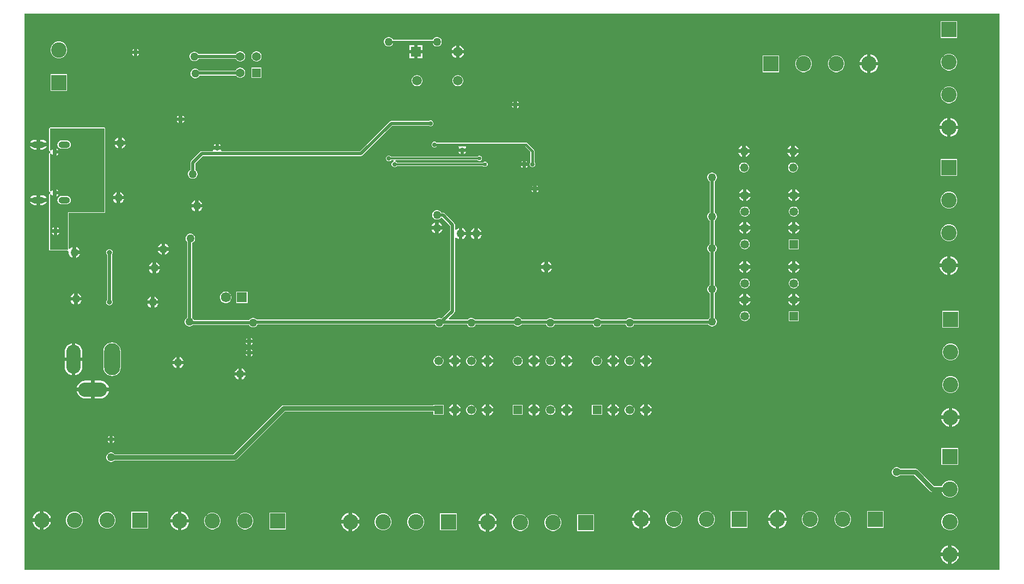
<source format=gbl>
G04*
G04 #@! TF.GenerationSoftware,Altium Limited,Altium Designer,25.4.2 (15)*
G04*
G04 Layer_Physical_Order=2*
G04 Layer_Color=16711680*
%FSLAX44Y44*%
%MOMM*%
G71*
G04*
G04 #@! TF.SameCoordinates,AB3986B5-8965-4272-984F-493E451A5069*
G04*
G04*
G04 #@! TF.FilePolarity,Positive*
G04*
G01*
G75*
%ADD11C,0.4000*%
%ADD14C,0.3000*%
%ADD101C,0.7400*%
%ADD103C,0.5400*%
%ADD105C,0.7300*%
%ADD106R,1.4980X1.4980*%
%ADD107C,1.4980*%
%ADD108O,1.8000X1.0000*%
%ADD109O,2.2000X1.0000*%
%ADD110C,2.4000*%
%ADD111R,2.4000X2.4000*%
%ADD112R,2.4000X2.4000*%
%ADD113O,4.5000X2.2500*%
%ADD114O,2.2500X4.5000*%
%ADD115O,2.5000X5.0000*%
%ADD116C,1.3500*%
%ADD117R,1.3500X1.3500*%
%ADD118R,1.3500X1.3500*%
%ADD119C,1.3208*%
%ADD120C,1.3700*%
%ADD121R,1.3700X1.3700*%
%ADD122R,1.5750X1.5750*%
%ADD123C,1.5750*%
%ADD124C,0.8000*%
%ADD125C,1.2700*%
%ADD126C,0.7000*%
%ADD127C,0.6000*%
%ADD128C,0.6110*%
G36*
X1520431Y3569D02*
X3569D01*
Y868921D01*
X1520431D01*
Y3569D01*
D02*
G37*
%LPC*%
G36*
X1454450Y857550D02*
X1428450D01*
Y831550D01*
X1454450D01*
Y857550D01*
D02*
G37*
G36*
X646128Y832850D02*
X644192D01*
X642323Y832349D01*
X640647Y831382D01*
X639278Y830013D01*
X638439Y828559D01*
X576951D01*
X576111Y830013D01*
X574743Y831382D01*
X573067Y832349D01*
X571198Y832850D01*
X569262D01*
X567393Y832349D01*
X565717Y831382D01*
X564348Y830013D01*
X563381Y828337D01*
X562880Y826468D01*
Y824532D01*
X563381Y822663D01*
X564348Y820987D01*
X565717Y819619D01*
X567393Y818651D01*
X569262Y818150D01*
X571198D01*
X573067Y818651D01*
X574743Y819619D01*
X576111Y820987D01*
X576951Y822441D01*
X638439D01*
X639278Y820987D01*
X640647Y819619D01*
X642323Y818651D01*
X644192Y818150D01*
X646128D01*
X647997Y818651D01*
X649673Y819619D01*
X651041Y820987D01*
X652009Y822663D01*
X652510Y824532D01*
Y826468D01*
X652009Y828337D01*
X651041Y830013D01*
X649673Y831382D01*
X647997Y832349D01*
X646128Y832850D01*
D02*
G37*
G36*
X680430Y819542D02*
Y812670D01*
X687302D01*
X687007Y813771D01*
X685686Y816059D01*
X683819Y817926D01*
X681532Y819247D01*
X680430Y819542D01*
D02*
G37*
G36*
X674890D02*
X673789Y819247D01*
X671501Y817926D01*
X669634Y816059D01*
X668314Y813771D01*
X668018Y812670D01*
X674890D01*
Y819542D01*
D02*
G37*
G36*
X622690Y819930D02*
X615430D01*
Y812670D01*
X622690D01*
Y819930D01*
D02*
G37*
G36*
X609890D02*
X602630D01*
Y812670D01*
X609890D01*
Y819930D01*
D02*
G37*
G36*
X179300Y814380D02*
Y811760D01*
X181920D01*
X181651Y812411D01*
X179951Y814110D01*
X179300Y814380D01*
D02*
G37*
G36*
X173760D02*
X173109Y814110D01*
X171409Y812411D01*
X171140Y811760D01*
X173760D01*
Y814380D01*
D02*
G37*
G36*
X340123Y810490D02*
X338056D01*
X336060Y809955D01*
X334270Y808922D01*
X332808Y807460D01*
X332204Y806413D01*
X274279D01*
X273852Y807153D01*
X272483Y808521D01*
X270807Y809489D01*
X268938Y809990D01*
X267002D01*
X265133Y809489D01*
X263457Y808521D01*
X262089Y807153D01*
X261121Y805477D01*
X260620Y803608D01*
Y801672D01*
X261121Y799803D01*
X262089Y798127D01*
X263457Y796758D01*
X265133Y795791D01*
X267002Y795290D01*
X268938D01*
X270807Y795791D01*
X272483Y796758D01*
X273852Y798127D01*
X274279Y798867D01*
X332204D01*
X332808Y797820D01*
X334270Y796358D01*
X336060Y795325D01*
X338056Y794790D01*
X340123D01*
X342120Y795325D01*
X343910Y796358D01*
X345372Y797820D01*
X346405Y799610D01*
X346940Y801607D01*
Y803673D01*
X346405Y805670D01*
X345372Y807460D01*
X343910Y808922D01*
X342120Y809955D01*
X340123Y810490D01*
D02*
G37*
G36*
X181920Y806220D02*
X179300D01*
Y803600D01*
X179951Y803869D01*
X181651Y805569D01*
X181920Y806220D01*
D02*
G37*
G36*
X173760D02*
X171140D01*
X171409Y805569D01*
X173109Y803869D01*
X173760Y803600D01*
Y806220D01*
D02*
G37*
G36*
X687302Y807130D02*
X680430D01*
Y800258D01*
X681532Y800554D01*
X683819Y801874D01*
X685686Y803741D01*
X687007Y806029D01*
X687302Y807130D01*
D02*
G37*
G36*
X674890D02*
X668018D01*
X668314Y806029D01*
X669634Y803741D01*
X671501Y801874D01*
X673789Y800554D01*
X674890Y800258D01*
Y807130D01*
D02*
G37*
G36*
X622690D02*
X615430D01*
Y799870D01*
X622690D01*
Y807130D01*
D02*
G37*
G36*
X609890D02*
X602630D01*
Y799870D01*
X609890D01*
Y807130D01*
D02*
G37*
G36*
X58861Y825800D02*
X55438D01*
X52132Y824914D01*
X49168Y823203D01*
X46747Y820782D01*
X45036Y817818D01*
X44150Y814511D01*
Y811088D01*
X45036Y807782D01*
X46747Y804818D01*
X49168Y802397D01*
X52132Y800686D01*
X55438Y799800D01*
X58861D01*
X62168Y800686D01*
X65132Y802397D01*
X67553Y804818D01*
X69264Y807782D01*
X70150Y811088D01*
Y814511D01*
X69264Y817818D01*
X67553Y820782D01*
X65132Y823203D01*
X62168Y824914D01*
X58861Y825800D01*
D02*
G37*
G36*
X365523Y810490D02*
X363456D01*
X361460Y809955D01*
X359670Y808922D01*
X358208Y807460D01*
X357175Y805670D01*
X356640Y803673D01*
Y801607D01*
X357175Y799610D01*
X358208Y797820D01*
X359670Y796358D01*
X361460Y795325D01*
X363456Y794790D01*
X365523D01*
X367520Y795325D01*
X369310Y796358D01*
X370772Y797820D01*
X371805Y799610D01*
X372340Y801607D01*
Y803673D01*
X371805Y805670D01*
X370772Y807460D01*
X369310Y808922D01*
X367520Y809955D01*
X365523Y810490D01*
D02*
G37*
G36*
X1319760Y805521D02*
Y793980D01*
X1331301D01*
X1330539Y796822D01*
X1328625Y800138D01*
X1325918Y802845D01*
X1322602Y804759D01*
X1319760Y805521D01*
D02*
G37*
G36*
X1314220D02*
X1311378Y804759D01*
X1308062Y802845D01*
X1305355Y800138D01*
X1303441Y796822D01*
X1302679Y793980D01*
X1314220D01*
Y805521D01*
D02*
G37*
G36*
X1443161Y806750D02*
X1439738D01*
X1436432Y805864D01*
X1433468Y804153D01*
X1431047Y801732D01*
X1429336Y798768D01*
X1428450Y795462D01*
Y792038D01*
X1429336Y788732D01*
X1431047Y785768D01*
X1433468Y783347D01*
X1436432Y781636D01*
X1439738Y780750D01*
X1443161D01*
X1446468Y781636D01*
X1449432Y783347D01*
X1451853Y785768D01*
X1453564Y788732D01*
X1454450Y792038D01*
Y795462D01*
X1453564Y798768D01*
X1451853Y801732D01*
X1449432Y804153D01*
X1446468Y805864D01*
X1443161Y806750D01*
D02*
G37*
G36*
X340123Y785090D02*
X338056D01*
X336060Y784555D01*
X334270Y783522D01*
X332808Y782060D01*
X331837Y780378D01*
X275182D01*
X275121Y780483D01*
X273753Y781852D01*
X272077Y782819D01*
X270208Y783320D01*
X268272D01*
X266403Y782819D01*
X264727Y781852D01*
X263358Y780483D01*
X262391Y778807D01*
X261890Y776938D01*
Y775002D01*
X262391Y773133D01*
X263358Y771457D01*
X264727Y770089D01*
X266403Y769121D01*
X268272Y768620D01*
X270208D01*
X272077Y769121D01*
X273753Y770089D01*
X275121Y771457D01*
X275916Y772832D01*
X332570D01*
X332808Y772420D01*
X334270Y770958D01*
X336060Y769925D01*
X338056Y769390D01*
X340123D01*
X342120Y769925D01*
X343910Y770958D01*
X345372Y772420D01*
X346405Y774210D01*
X346940Y776207D01*
Y778273D01*
X346405Y780270D01*
X345372Y782060D01*
X343910Y783522D01*
X342120Y784555D01*
X340123Y785090D01*
D02*
G37*
G36*
X1267902Y804210D02*
X1264479D01*
X1261172Y803324D01*
X1258208Y801613D01*
X1255787Y799192D01*
X1254076Y796228D01*
X1253190Y792922D01*
Y789499D01*
X1254076Y786192D01*
X1255787Y783228D01*
X1258208Y780807D01*
X1261172Y779096D01*
X1264479Y778210D01*
X1267902D01*
X1271208Y779096D01*
X1274172Y780807D01*
X1276593Y783228D01*
X1278304Y786192D01*
X1279190Y789499D01*
Y792922D01*
X1278304Y796228D01*
X1276593Y799192D01*
X1274172Y801613D01*
X1271208Y803324D01*
X1267902Y804210D01*
D02*
G37*
G36*
X1217102D02*
X1213679D01*
X1210372Y803324D01*
X1207408Y801613D01*
X1204987Y799192D01*
X1203276Y796228D01*
X1202390Y792922D01*
Y789499D01*
X1203276Y786192D01*
X1204987Y783228D01*
X1207408Y780807D01*
X1210372Y779096D01*
X1213679Y778210D01*
X1217102D01*
X1220408Y779096D01*
X1223372Y780807D01*
X1225793Y783228D01*
X1227504Y786192D01*
X1228390Y789499D01*
Y792922D01*
X1227504Y796228D01*
X1225793Y799192D01*
X1223372Y801613D01*
X1220408Y803324D01*
X1217102Y804210D01*
D02*
G37*
G36*
X1177590D02*
X1151590D01*
Y778210D01*
X1177590D01*
Y804210D01*
D02*
G37*
G36*
X1331301Y788440D02*
X1319760D01*
Y776899D01*
X1322602Y777661D01*
X1325918Y779575D01*
X1328625Y782282D01*
X1330539Y785598D01*
X1331301Y788440D01*
D02*
G37*
G36*
X1314220D02*
X1302679D01*
X1303441Y785598D01*
X1305355Y782282D01*
X1308062Y779575D01*
X1311378Y777661D01*
X1314220Y776899D01*
Y788440D01*
D02*
G37*
G36*
X372340Y785090D02*
X356640D01*
Y769390D01*
X372340D01*
Y785090D01*
D02*
G37*
G36*
X678778Y773390D02*
X676542D01*
X674383Y772811D01*
X672447Y771694D01*
X670866Y770113D01*
X669749Y768177D01*
X669170Y766018D01*
Y763782D01*
X669749Y761623D01*
X670866Y759687D01*
X672447Y758106D01*
X674383Y756989D01*
X676542Y756410D01*
X678778D01*
X680937Y756989D01*
X682873Y758106D01*
X684454Y759687D01*
X685571Y761623D01*
X686150Y763782D01*
Y766018D01*
X685571Y768177D01*
X684454Y770113D01*
X682873Y771694D01*
X680937Y772811D01*
X678778Y773390D01*
D02*
G37*
G36*
X615278D02*
X613042D01*
X610883Y772811D01*
X608947Y771694D01*
X607366Y770113D01*
X606249Y768177D01*
X605670Y766018D01*
Y763782D01*
X606249Y761623D01*
X607366Y759687D01*
X608947Y758106D01*
X610883Y756989D01*
X613042Y756410D01*
X615278D01*
X617437Y756989D01*
X619373Y758106D01*
X620954Y759687D01*
X622071Y761623D01*
X622650Y763782D01*
Y766018D01*
X622071Y768177D01*
X620954Y770113D01*
X619373Y771694D01*
X617437Y772811D01*
X615278Y773390D01*
D02*
G37*
G36*
X70150Y775000D02*
X44150D01*
Y749000D01*
X70150D01*
Y775000D01*
D02*
G37*
G36*
X769850Y733100D02*
Y730480D01*
X772470D01*
X772200Y731131D01*
X770501Y732831D01*
X769850Y733100D01*
D02*
G37*
G36*
X764310D02*
X763659Y732831D01*
X761960Y731131D01*
X761690Y730480D01*
X764310D01*
Y733100D01*
D02*
G37*
G36*
X1443161Y755950D02*
X1439738D01*
X1436432Y755064D01*
X1433468Y753353D01*
X1431047Y750932D01*
X1429336Y747968D01*
X1428450Y744661D01*
Y741238D01*
X1429336Y737932D01*
X1431047Y734968D01*
X1433468Y732547D01*
X1436432Y730836D01*
X1439738Y729950D01*
X1443161D01*
X1446468Y730836D01*
X1449432Y732547D01*
X1451853Y734968D01*
X1453564Y737932D01*
X1454450Y741238D01*
Y744661D01*
X1453564Y747968D01*
X1451853Y750932D01*
X1449432Y753353D01*
X1446468Y755064D01*
X1443161Y755950D01*
D02*
G37*
G36*
X772470Y724940D02*
X769850D01*
Y722320D01*
X770501Y722589D01*
X772200Y724289D01*
X772470Y724940D01*
D02*
G37*
G36*
X764310D02*
X761690D01*
X761960Y724289D01*
X763659Y722589D01*
X764310Y722320D01*
Y724940D01*
D02*
G37*
G36*
X249150Y710803D02*
Y707620D01*
X252332D01*
X251613Y708866D01*
X250396Y710083D01*
X249150Y710803D01*
D02*
G37*
G36*
X243610D02*
X242364Y710083D01*
X241147Y708866D01*
X240427Y707620D01*
X243610D01*
Y710803D01*
D02*
G37*
G36*
X252332Y702080D02*
X249150D01*
Y698897D01*
X250396Y699617D01*
X251613Y700834D01*
X252332Y702080D01*
D02*
G37*
G36*
X243610D02*
X240427D01*
X241147Y700834D01*
X242364Y699617D01*
X243610Y698897D01*
Y702080D01*
D02*
G37*
G36*
X1444220Y706461D02*
Y694920D01*
X1455761D01*
X1454999Y697762D01*
X1453085Y701078D01*
X1450378Y703785D01*
X1447062Y705699D01*
X1444220Y706461D01*
D02*
G37*
G36*
X1438680D02*
X1435838Y705699D01*
X1432522Y703785D01*
X1429815Y701078D01*
X1427901Y697762D01*
X1427139Y694920D01*
X1438680D01*
Y706461D01*
D02*
G37*
G36*
X635895Y703000D02*
X634105D01*
X632451Y702315D01*
X632408Y702272D01*
X574040D01*
X572596Y701985D01*
X571372Y701168D01*
X525487Y655283D01*
X310363D01*
X309282Y657282D01*
X309482Y657630D01*
X297577D01*
X297778Y657282D01*
X296697Y655283D01*
X279400D01*
X277956Y654995D01*
X276732Y654178D01*
X276732Y654177D01*
X262762Y640208D01*
X261945Y638984D01*
X261658Y637540D01*
X261658Y637540D01*
Y626069D01*
X260917Y625642D01*
X259548Y624273D01*
X258581Y622597D01*
X258080Y620728D01*
Y618792D01*
X258581Y616923D01*
X259548Y615247D01*
X260917Y613879D01*
X262593Y612911D01*
X264462Y612410D01*
X266398D01*
X268267Y612911D01*
X269943Y613879D01*
X271311Y615247D01*
X272279Y616923D01*
X272780Y618792D01*
Y620728D01*
X272279Y622597D01*
X271311Y624273D01*
X269943Y625642D01*
X269202Y626069D01*
Y635977D01*
X280963Y647738D01*
X527050D01*
X527050Y647738D01*
X528494Y648025D01*
X529718Y648842D01*
X575603Y694727D01*
X632408D01*
X632451Y694685D01*
X634105Y694000D01*
X635895D01*
X637549Y694685D01*
X638815Y695951D01*
X639500Y697605D01*
Y699395D01*
X638815Y701049D01*
X637549Y702315D01*
X635895Y703000D01*
D02*
G37*
G36*
X1455761Y689380D02*
X1444220D01*
Y677839D01*
X1447062Y678601D01*
X1450378Y680515D01*
X1453085Y683222D01*
X1454999Y686538D01*
X1455761Y689380D01*
D02*
G37*
G36*
X1438680D02*
X1427139D01*
X1427901Y686538D01*
X1429815Y683222D01*
X1432522Y680515D01*
X1435838Y678601D01*
X1438680Y677839D01*
Y689380D01*
D02*
G37*
G36*
X155170Y676481D02*
Y670790D01*
X160861D01*
X160684Y671451D01*
X159514Y673479D01*
X157859Y675134D01*
X155831Y676304D01*
X155170Y676481D01*
D02*
G37*
G36*
X149630D02*
X148969Y676304D01*
X146941Y675134D01*
X145286Y673479D01*
X144116Y671451D01*
X143939Y670790D01*
X149630D01*
Y676481D01*
D02*
G37*
G36*
X31330Y673105D02*
X28100D01*
Y668270D01*
X38344D01*
X37916Y669303D01*
X36708Y670878D01*
X35133Y672086D01*
X33298Y672846D01*
X31330Y673105D01*
D02*
G37*
G36*
X22560D02*
X19330D01*
X17362Y672846D01*
X15527Y672086D01*
X13952Y670878D01*
X12744Y669303D01*
X12316Y668270D01*
X22560D01*
Y673105D01*
D02*
G37*
G36*
X306300Y666352D02*
Y663170D01*
X309482D01*
X308763Y664416D01*
X307546Y665633D01*
X306300Y666352D01*
D02*
G37*
G36*
X300760D02*
X299514Y665633D01*
X298297Y664416D01*
X297577Y663170D01*
X300760D01*
Y666352D01*
D02*
G37*
G36*
X160861Y665250D02*
X155170D01*
Y659559D01*
X155831Y659736D01*
X157859Y660906D01*
X159514Y662561D01*
X160684Y664589D01*
X160861Y665250D01*
D02*
G37*
G36*
X149630D02*
X143939D01*
X144116Y664589D01*
X145286Y662561D01*
X146941Y660906D01*
X148969Y659736D01*
X149630Y659559D01*
Y665250D01*
D02*
G37*
G36*
X1201650Y664044D02*
Y658090D01*
X1207604D01*
X1207401Y658849D01*
X1206197Y660935D01*
X1204494Y662637D01*
X1202410Y663841D01*
X1201650Y664044D01*
D02*
G37*
G36*
X1125450D02*
Y658090D01*
X1131404D01*
X1131201Y658849D01*
X1129997Y660935D01*
X1128295Y662637D01*
X1126209Y663841D01*
X1125450Y664044D01*
D02*
G37*
G36*
X1196110D02*
X1195350Y663841D01*
X1193266Y662637D01*
X1191563Y660935D01*
X1190359Y658849D01*
X1190156Y658090D01*
X1196110D01*
Y664044D01*
D02*
G37*
G36*
X1119910D02*
X1119150Y663841D01*
X1117066Y662637D01*
X1115363Y660935D01*
X1114159Y658849D01*
X1113956Y658090D01*
X1119910D01*
Y664044D01*
D02*
G37*
G36*
X38344Y662730D02*
X28100D01*
Y657895D01*
X31330D01*
X33298Y658154D01*
X35133Y658914D01*
X36708Y660122D01*
X37916Y661697D01*
X38344Y662730D01*
D02*
G37*
G36*
X22560D02*
X12316D01*
X12744Y661697D01*
X13952Y660122D01*
X15527Y658914D01*
X17362Y658154D01*
X19330Y657895D01*
X22560D01*
Y662730D01*
D02*
G37*
G36*
X690482Y653820D02*
X687300D01*
Y650638D01*
X688546Y651357D01*
X689763Y652574D01*
X690482Y653820D01*
D02*
G37*
G36*
X681760D02*
X678577D01*
X679297Y652574D01*
X680514Y651357D01*
X681760Y650638D01*
Y653820D01*
D02*
G37*
G36*
X1207604Y652550D02*
X1201650D01*
Y646596D01*
X1202410Y646799D01*
X1204494Y648003D01*
X1206197Y649706D01*
X1207401Y651790D01*
X1207604Y652550D01*
D02*
G37*
G36*
X1131404D02*
X1125450D01*
Y646596D01*
X1126209Y646799D01*
X1128295Y648003D01*
X1129997Y649706D01*
X1131201Y651790D01*
X1131404Y652550D01*
D02*
G37*
G36*
X1196110D02*
X1190156D01*
X1190359Y651790D01*
X1191563Y649706D01*
X1193266Y648003D01*
X1195350Y646799D01*
X1196110Y646596D01*
Y652550D01*
D02*
G37*
G36*
X1119910D02*
X1113956D01*
X1114159Y651790D01*
X1115363Y649706D01*
X1117066Y648003D01*
X1119150Y646799D01*
X1119910Y646596D01*
Y652550D01*
D02*
G37*
G36*
X571125Y648390D02*
X569335D01*
X567681Y647705D01*
X566415Y646439D01*
X565730Y644785D01*
Y642995D01*
X566415Y641341D01*
X567681Y640075D01*
X569335Y639390D01*
X571125D01*
X572779Y640075D01*
X574045Y641341D01*
X574045Y641341D01*
X577443D01*
X577841Y639341D01*
X576571Y638815D01*
X575305Y637549D01*
X574620Y635895D01*
Y634105D01*
X575305Y632451D01*
X576571Y631185D01*
X578225Y630500D01*
X580015D01*
X581669Y631185D01*
X582935Y632451D01*
X582935Y632451D01*
X716904D01*
X717793Y631562D01*
X719283Y630945D01*
X720897D01*
X722387Y631562D01*
X723528Y632703D01*
X724145Y634193D01*
Y635807D01*
X723528Y637297D01*
X722387Y638438D01*
X720897Y639055D01*
X719283D01*
X717793Y638438D01*
X716904Y637549D01*
X582935D01*
X582935Y637549D01*
X581669Y638815D01*
X580399Y639341D01*
X580797Y641341D01*
X708092D01*
X708934Y640499D01*
X710404Y639890D01*
X711996D01*
X713466Y640499D01*
X714591Y641624D01*
X715200Y643094D01*
Y644686D01*
X714591Y646156D01*
X713466Y647281D01*
X711996Y647890D01*
X710404D01*
X708934Y647281D01*
X708092Y646439D01*
X574045D01*
X574045Y646439D01*
X572779Y647705D01*
X571125Y648390D01*
D02*
G37*
G36*
X783820Y640390D02*
Y637770D01*
X786440D01*
X786171Y638421D01*
X784471Y640120D01*
X783820Y640390D01*
D02*
G37*
G36*
X778280D02*
X777629Y640120D01*
X775929Y638421D01*
X775660Y637770D01*
X778280D01*
Y640390D01*
D02*
G37*
G36*
X642245Y669980D02*
X640455D01*
X638801Y669295D01*
X637535Y668029D01*
X636850Y666375D01*
Y664585D01*
X637535Y662931D01*
X638801Y661665D01*
X640455Y660980D01*
X642245D01*
X643899Y661665D01*
X644655Y662421D01*
X678284D01*
X678977Y661178D01*
X679190Y660421D01*
X678577Y659360D01*
X690482D01*
X689870Y660421D01*
X690083Y661178D01*
X690776Y662421D01*
X782323D01*
X790691Y654053D01*
Y638305D01*
X789935Y637549D01*
X789250Y635895D01*
Y634105D01*
X789935Y632451D01*
X791201Y631185D01*
X792855Y630500D01*
X794645D01*
X796299Y631185D01*
X797565Y632451D01*
X798250Y634105D01*
Y635895D01*
X797565Y637549D01*
X796809Y638305D01*
Y655320D01*
X796576Y656491D01*
X795913Y657483D01*
X795913Y657483D01*
X785753Y667643D01*
X784761Y668306D01*
X783590Y668539D01*
X783590Y668539D01*
X644655D01*
X643899Y669295D01*
X642245Y669980D01*
D02*
G37*
G36*
X786440Y632230D02*
X783820D01*
Y629610D01*
X784471Y629879D01*
X786171Y631579D01*
X786440Y632230D01*
D02*
G37*
G36*
X778280D02*
X775660D01*
X775929Y631579D01*
X777629Y629879D01*
X778280Y629610D01*
Y632230D01*
D02*
G37*
G36*
X1199881Y637524D02*
X1197879D01*
X1195945Y637006D01*
X1194211Y636005D01*
X1192795Y634589D01*
X1191794Y632855D01*
X1191276Y630921D01*
Y628919D01*
X1191794Y626985D01*
X1192795Y625251D01*
X1194211Y623835D01*
X1195945Y622834D01*
X1197879Y622316D01*
X1199881D01*
X1201815Y622834D01*
X1203549Y623835D01*
X1204965Y625251D01*
X1205966Y626985D01*
X1206484Y628919D01*
Y630921D01*
X1205966Y632855D01*
X1204965Y634589D01*
X1203549Y636005D01*
X1201815Y637006D01*
X1199881Y637524D01*
D02*
G37*
G36*
X1123681D02*
X1121679D01*
X1119745Y637006D01*
X1118011Y636005D01*
X1116595Y634589D01*
X1115594Y632855D01*
X1115076Y630921D01*
Y628919D01*
X1115594Y626985D01*
X1116595Y625251D01*
X1118011Y623835D01*
X1119745Y622834D01*
X1121679Y622316D01*
X1123681D01*
X1125615Y622834D01*
X1127349Y623835D01*
X1128765Y625251D01*
X1129766Y626985D01*
X1130284Y628919D01*
Y630921D01*
X1129766Y632855D01*
X1128765Y634589D01*
X1127349Y636005D01*
X1125615Y637006D01*
X1123681Y637524D01*
D02*
G37*
G36*
X1454450Y642920D02*
X1428450D01*
Y616920D01*
X1454450D01*
Y642920D01*
D02*
G37*
G36*
X800330Y602290D02*
Y599670D01*
X802950D01*
X802681Y600321D01*
X800981Y602020D01*
X800330Y602290D01*
D02*
G37*
G36*
X794790D02*
X794139Y602020D01*
X792439Y600321D01*
X792170Y599670D01*
X794790D01*
Y602290D01*
D02*
G37*
G36*
X802950Y594130D02*
X800330D01*
Y591510D01*
X800981Y591780D01*
X802681Y593479D01*
X802950Y594130D01*
D02*
G37*
G36*
X794790D02*
X792170D01*
X792439Y593479D01*
X794139Y591780D01*
X794790Y591510D01*
Y594130D01*
D02*
G37*
G36*
X1202920Y595616D02*
Y589510D01*
X1209025D01*
X1208807Y590326D01*
X1207584Y592444D01*
X1205854Y594174D01*
X1203736Y595397D01*
X1202920Y595616D01*
D02*
G37*
G36*
X1126720D02*
Y589510D01*
X1132825D01*
X1132607Y590326D01*
X1131384Y592444D01*
X1129654Y594174D01*
X1127536Y595397D01*
X1126720Y595616D01*
D02*
G37*
G36*
X1121180D02*
X1120364Y595397D01*
X1118246Y594174D01*
X1116516Y592444D01*
X1115293Y590326D01*
X1115074Y589510D01*
X1121180D01*
Y595616D01*
D02*
G37*
G36*
X1197380D02*
X1196564Y595397D01*
X1194446Y594174D01*
X1192716Y592444D01*
X1191493Y590326D01*
X1191274Y589510D01*
X1197380D01*
Y595616D01*
D02*
G37*
G36*
X152630Y591391D02*
Y585700D01*
X158321D01*
X158144Y586361D01*
X156974Y588389D01*
X155319Y590044D01*
X153291Y591214D01*
X152630Y591391D01*
D02*
G37*
G36*
X147090D02*
X146429Y591214D01*
X144401Y590044D01*
X142746Y588389D01*
X141576Y586361D01*
X141399Y585700D01*
X147090D01*
Y591391D01*
D02*
G37*
G36*
X31330Y586705D02*
X28100D01*
Y581870D01*
X38344D01*
X37916Y582902D01*
X36708Y584478D01*
X35133Y585686D01*
X33298Y586446D01*
X31330Y586705D01*
D02*
G37*
G36*
X22560D02*
X19330D01*
X17362Y586446D01*
X15527Y585686D01*
X13952Y584478D01*
X12744Y582902D01*
X12316Y581870D01*
X22560D01*
Y586705D01*
D02*
G37*
G36*
X1209025Y583970D02*
X1202920D01*
Y577864D01*
X1203736Y578083D01*
X1205854Y579306D01*
X1207584Y581036D01*
X1208807Y583154D01*
X1209025Y583970D01*
D02*
G37*
G36*
X1132825D02*
X1126720D01*
Y577864D01*
X1127536Y578083D01*
X1129654Y579306D01*
X1131384Y581036D01*
X1132607Y583154D01*
X1132825Y583970D01*
D02*
G37*
G36*
X1121180D02*
X1115074D01*
X1115293Y583154D01*
X1116516Y581036D01*
X1118246Y579306D01*
X1120364Y578083D01*
X1121180Y577864D01*
Y583970D01*
D02*
G37*
G36*
X1197380D02*
X1191274D01*
X1191493Y583154D01*
X1192716Y581036D01*
X1194446Y579306D01*
X1196564Y578083D01*
X1197380Y577864D01*
Y583970D01*
D02*
G37*
G36*
X158321Y580160D02*
X152630D01*
Y574469D01*
X153291Y574646D01*
X155319Y575816D01*
X156974Y577471D01*
X158144Y579499D01*
X158321Y580160D01*
D02*
G37*
G36*
X147090D02*
X141399D01*
X141576Y579499D01*
X142746Y577471D01*
X144401Y575816D01*
X146429Y574646D01*
X147090Y574469D01*
Y580160D01*
D02*
G37*
G36*
X274550Y578691D02*
Y573000D01*
X280241D01*
X280064Y573661D01*
X278894Y575689D01*
X277239Y577344D01*
X275211Y578514D01*
X274550Y578691D01*
D02*
G37*
G36*
X269010D02*
X268349Y578514D01*
X266321Y577344D01*
X264666Y575689D01*
X263496Y573661D01*
X263319Y573000D01*
X269010D01*
Y578691D01*
D02*
G37*
G36*
X38344Y576330D02*
X28100D01*
Y571495D01*
X31330D01*
X33298Y571754D01*
X35133Y572514D01*
X36708Y573722D01*
X37916Y575298D01*
X38344Y576330D01*
D02*
G37*
G36*
X22560D02*
X12316D01*
X12744Y575298D01*
X13952Y573722D01*
X15527Y572514D01*
X17362Y571754D01*
X19330Y571495D01*
X22560D01*
Y576330D01*
D02*
G37*
G36*
X1443161Y592120D02*
X1439738D01*
X1436432Y591234D01*
X1433468Y589523D01*
X1431047Y587102D01*
X1429336Y584138D01*
X1428450Y580831D01*
Y577408D01*
X1429336Y574102D01*
X1431047Y571138D01*
X1433468Y568717D01*
X1436432Y567006D01*
X1439738Y566120D01*
X1443161D01*
X1446468Y567006D01*
X1449432Y568717D01*
X1451853Y571138D01*
X1453564Y574102D01*
X1454450Y577408D01*
Y580831D01*
X1453564Y584138D01*
X1451853Y587102D01*
X1449432Y589523D01*
X1446468Y591234D01*
X1443161Y592120D01*
D02*
G37*
G36*
X280241Y567460D02*
X274550D01*
Y561769D01*
X275211Y561946D01*
X277239Y563116D01*
X278894Y564771D01*
X280064Y566799D01*
X280241Y567460D01*
D02*
G37*
G36*
X269010D02*
X263319D01*
X263496Y566799D01*
X264666Y564771D01*
X266321Y563116D01*
X268349Y561946D01*
X269010Y561769D01*
Y567460D01*
D02*
G37*
G36*
X1201170Y569090D02*
X1199130D01*
X1197159Y568562D01*
X1195391Y567542D01*
X1193949Y566099D01*
X1192928Y564331D01*
X1192400Y562360D01*
Y560320D01*
X1192928Y558349D01*
X1193949Y556581D01*
X1195391Y555139D01*
X1197159Y554118D01*
X1199130Y553590D01*
X1201170D01*
X1203141Y554118D01*
X1204909Y555139D01*
X1206351Y556581D01*
X1207372Y558349D01*
X1207900Y560320D01*
Y562360D01*
X1207372Y564331D01*
X1206351Y566099D01*
X1204909Y567542D01*
X1203141Y568562D01*
X1201170Y569090D01*
D02*
G37*
G36*
X1124970D02*
X1122930D01*
X1120959Y568562D01*
X1119191Y567542D01*
X1117748Y566099D01*
X1116728Y564331D01*
X1116200Y562360D01*
Y560320D01*
X1116728Y558349D01*
X1117748Y556581D01*
X1119191Y555139D01*
X1120959Y554118D01*
X1122930Y553590D01*
X1124970D01*
X1126941Y554118D01*
X1128709Y555139D01*
X1130152Y556581D01*
X1131172Y558349D01*
X1131700Y560320D01*
Y562360D01*
X1131172Y564331D01*
X1130152Y566099D01*
X1128709Y567542D01*
X1126941Y568562D01*
X1124970Y569090D01*
D02*
G37*
G36*
X1202920Y544815D02*
Y538710D01*
X1209025D01*
X1208807Y539526D01*
X1207584Y541644D01*
X1205854Y543374D01*
X1203736Y544597D01*
X1202920Y544815D01*
D02*
G37*
G36*
X1126720D02*
Y538710D01*
X1132825D01*
X1132607Y539526D01*
X1131384Y541644D01*
X1129654Y543374D01*
X1127536Y544597D01*
X1126720Y544815D01*
D02*
G37*
G36*
X1121180D02*
X1120364Y544597D01*
X1118246Y543374D01*
X1116516Y541644D01*
X1115293Y539526D01*
X1115074Y538710D01*
X1121180D01*
Y544815D01*
D02*
G37*
G36*
X647930Y544401D02*
Y538710D01*
X653621D01*
X653444Y539371D01*
X652274Y541399D01*
X650619Y543054D01*
X648591Y544224D01*
X647930Y544401D01*
D02*
G37*
G36*
X642390D02*
X641729Y544224D01*
X639701Y543054D01*
X638046Y541399D01*
X636876Y539371D01*
X636699Y538710D01*
X642390D01*
Y544401D01*
D02*
G37*
G36*
X1197380Y544815D02*
X1196564Y544597D01*
X1194446Y543374D01*
X1192716Y541644D01*
X1191493Y539526D01*
X1191274Y538710D01*
X1197380D01*
Y544815D01*
D02*
G37*
G36*
X708890Y535511D02*
Y529820D01*
X714581D01*
X714404Y530481D01*
X713234Y532509D01*
X711579Y534164D01*
X709551Y535334D01*
X708890Y535511D01*
D02*
G37*
G36*
X703350D02*
X702689Y535334D01*
X700661Y534164D01*
X699006Y532509D01*
X697836Y530481D01*
X697659Y529820D01*
X703350D01*
Y535511D01*
D02*
G37*
G36*
X684760D02*
Y529820D01*
X690451D01*
X690274Y530481D01*
X689104Y532509D01*
X687449Y534164D01*
X685421Y535334D01*
X684760Y535511D01*
D02*
G37*
G36*
X653621Y533170D02*
X647930D01*
Y527479D01*
X648591Y527656D01*
X650619Y528826D01*
X652274Y530481D01*
X653444Y532509D01*
X653621Y533170D01*
D02*
G37*
G36*
X642390D02*
X636699D01*
X636876Y532509D01*
X638046Y530481D01*
X639701Y528826D01*
X641729Y527656D01*
X642390Y527479D01*
Y533170D01*
D02*
G37*
G36*
X1209025D02*
X1202920D01*
Y527065D01*
X1203736Y527283D01*
X1205854Y528506D01*
X1207584Y530236D01*
X1208807Y532354D01*
X1209025Y533170D01*
D02*
G37*
G36*
X1132825D02*
X1126720D01*
Y527065D01*
X1127536Y527283D01*
X1129654Y528506D01*
X1131384Y530236D01*
X1132607Y532354D01*
X1132825Y533170D01*
D02*
G37*
G36*
X1121180D02*
X1115074D01*
X1115293Y532354D01*
X1116516Y530236D01*
X1118246Y528506D01*
X1120364Y527283D01*
X1121180Y527065D01*
Y533170D01*
D02*
G37*
G36*
X1197380D02*
X1191274D01*
X1191493Y532354D01*
X1192716Y530236D01*
X1194446Y528506D01*
X1196564Y527283D01*
X1197380Y527065D01*
Y533170D01*
D02*
G37*
G36*
X714581Y524280D02*
X708890D01*
Y518589D01*
X709551Y518766D01*
X711579Y519936D01*
X713234Y521591D01*
X714404Y523619D01*
X714581Y524280D01*
D02*
G37*
G36*
X703350D02*
X697659D01*
X697836Y523619D01*
X699006Y521591D01*
X700661Y519936D01*
X702689Y518766D01*
X703350Y518589D01*
Y524280D01*
D02*
G37*
G36*
X690451D02*
X684760D01*
Y518589D01*
X685421Y518766D01*
X687449Y519936D01*
X689104Y521591D01*
X690274Y523619D01*
X690451Y524280D01*
D02*
G37*
G36*
X1074118Y622030D02*
X1072182D01*
X1070313Y621529D01*
X1068637Y620561D01*
X1067269Y619193D01*
X1066301Y617517D01*
X1065800Y615648D01*
Y613712D01*
X1066301Y611843D01*
X1067269Y610167D01*
X1068637Y608798D01*
X1069378Y608371D01*
Y560029D01*
X1068637Y559602D01*
X1067269Y558233D01*
X1066301Y556557D01*
X1065800Y554688D01*
Y552752D01*
X1066301Y550883D01*
X1067269Y549207D01*
X1068637Y547839D01*
X1069378Y547411D01*
Y510499D01*
X1068637Y510071D01*
X1067269Y508703D01*
X1066301Y507027D01*
X1065800Y505158D01*
Y503222D01*
X1066301Y501353D01*
X1067269Y499677D01*
X1068637Y498308D01*
X1069378Y497881D01*
Y446999D01*
X1068637Y446572D01*
X1067269Y445203D01*
X1066301Y443527D01*
X1065800Y441658D01*
Y439722D01*
X1066301Y437853D01*
X1067269Y436177D01*
X1068637Y434809D01*
X1069378Y434381D01*
Y396199D01*
X1068637Y395771D01*
X1067269Y394403D01*
X1066474Y393027D01*
X950822D01*
X950761Y393133D01*
X949393Y394501D01*
X947717Y395469D01*
X945848Y395970D01*
X943912D01*
X942043Y395469D01*
X940367Y394501D01*
X938998Y393133D01*
X938938Y393027D01*
X900022D01*
X899961Y393133D01*
X898593Y394501D01*
X896917Y395469D01*
X895048Y395970D01*
X893112D01*
X891243Y395469D01*
X889567Y394501D01*
X888198Y393133D01*
X888138Y393027D01*
X827632D01*
X827571Y393133D01*
X826203Y394501D01*
X824527Y395469D01*
X822658Y395970D01*
X820722D01*
X818853Y395469D01*
X817177Y394501D01*
X815808Y393133D01*
X815748Y393027D01*
X777566D01*
X776771Y394403D01*
X775403Y395771D01*
X773727Y396739D01*
X771858Y397240D01*
X769922D01*
X768053Y396739D01*
X766377Y395771D01*
X765008Y394403D01*
X764214Y393027D01*
X704442D01*
X704381Y393133D01*
X703013Y394501D01*
X701337Y395469D01*
X699468Y395970D01*
X697532D01*
X695663Y395469D01*
X693987Y394501D01*
X692618Y393133D01*
X692558Y393027D01*
X663866D01*
X663100Y394875D01*
X671957Y403732D01*
X671958Y403732D01*
X672775Y404956D01*
X673063Y406400D01*
Y520733D01*
X674259Y521299D01*
X675062Y521405D01*
X676531Y519936D01*
X678559Y518766D01*
X679220Y518589D01*
Y527050D01*
Y535511D01*
X678559Y535334D01*
X676531Y534164D01*
X675062Y532695D01*
X674259Y532801D01*
X673063Y533367D01*
Y541020D01*
X673063Y541020D01*
X672775Y542464D01*
X671958Y543688D01*
X671957Y543688D01*
X657090Y558555D01*
X655866Y559373D01*
X654423Y559660D01*
X654423Y559660D01*
X651684D01*
X651041Y560773D01*
X649673Y562141D01*
X647997Y563109D01*
X646128Y563610D01*
X644192D01*
X642323Y563109D01*
X640647Y562141D01*
X639278Y560773D01*
X638311Y559097D01*
X637810Y557228D01*
Y555292D01*
X638311Y553423D01*
X639278Y551747D01*
X640647Y550378D01*
X642323Y549411D01*
X644192Y548910D01*
X646128D01*
X647997Y549411D01*
X649673Y550378D01*
X651041Y551747D01*
X653088Y551887D01*
X665518Y539457D01*
Y407963D01*
X653247Y395692D01*
X653049Y395653D01*
X652326Y395169D01*
X651807Y395469D01*
X649938Y395970D01*
X648002D01*
X646133Y395469D01*
X644457Y394501D01*
X643089Y393133D01*
X643028Y393027D01*
X365352D01*
X365291Y393133D01*
X363923Y394501D01*
X362247Y395469D01*
X360378Y395970D01*
X358442D01*
X356573Y395469D01*
X354897Y394501D01*
X353529Y393133D01*
X353101Y392393D01*
X267289D01*
X267199Y392727D01*
X266231Y394403D01*
X264863Y395771D01*
X264123Y396199D01*
Y512491D01*
X264457Y512581D01*
X266133Y513549D01*
X267502Y514917D01*
X268469Y516593D01*
X268970Y518462D01*
Y520398D01*
X268469Y522267D01*
X267502Y523943D01*
X266133Y525312D01*
X264457Y526279D01*
X262588Y526780D01*
X260652D01*
X258783Y526279D01*
X257107Y525312D01*
X255739Y523943D01*
X254771Y522267D01*
X254270Y520398D01*
Y518462D01*
X254771Y516593D01*
X255739Y514917D01*
X256577Y514078D01*
Y396199D01*
X255837Y395771D01*
X254468Y394403D01*
X253501Y392727D01*
X253000Y390858D01*
Y388922D01*
X253501Y387053D01*
X254468Y385377D01*
X255837Y384008D01*
X257513Y383041D01*
X259382Y382540D01*
X261318D01*
X263187Y383041D01*
X264863Y384008D01*
X265702Y384847D01*
X353101D01*
X353529Y384107D01*
X354897Y382738D01*
X356573Y381771D01*
X358442Y381270D01*
X360378D01*
X362247Y381771D01*
X363923Y382738D01*
X365291Y384107D01*
X366086Y385482D01*
X642294D01*
X643089Y384107D01*
X644457Y382738D01*
X646133Y381771D01*
X648002Y381270D01*
X649938D01*
X651807Y381771D01*
X653483Y382738D01*
X654852Y384107D01*
X655646Y385482D01*
X691824D01*
X692618Y384107D01*
X693987Y382738D01*
X695663Y381771D01*
X697532Y381270D01*
X699468D01*
X701337Y381771D01*
X703013Y382738D01*
X704381Y384107D01*
X705176Y385482D01*
X764948D01*
X765008Y385377D01*
X766377Y384008D01*
X768053Y383041D01*
X769922Y382540D01*
X771858D01*
X773727Y383041D01*
X775403Y384008D01*
X776771Y385377D01*
X776832Y385482D01*
X815014D01*
X815808Y384107D01*
X817177Y382738D01*
X818853Y381771D01*
X820722Y381270D01*
X822658D01*
X824527Y381771D01*
X826203Y382738D01*
X827571Y384107D01*
X828366Y385482D01*
X887404D01*
X888198Y384107D01*
X889567Y382738D01*
X891243Y381771D01*
X893112Y381270D01*
X895048D01*
X896917Y381771D01*
X898593Y382738D01*
X899961Y384107D01*
X900756Y385482D01*
X938204D01*
X938998Y384107D01*
X940367Y382738D01*
X942043Y381771D01*
X943912Y381270D01*
X945848D01*
X947717Y381771D01*
X949393Y382738D01*
X950761Y384107D01*
X951556Y385482D01*
X1067208D01*
X1067269Y385377D01*
X1068637Y384008D01*
X1070313Y383041D01*
X1072182Y382540D01*
X1074118D01*
X1075987Y383041D01*
X1077663Y384008D01*
X1079032Y385377D01*
X1079999Y387053D01*
X1080500Y388922D01*
Y390858D01*
X1079999Y392727D01*
X1079032Y394403D01*
X1077663Y395771D01*
X1076923Y396199D01*
Y434381D01*
X1077663Y434809D01*
X1079032Y436177D01*
X1079999Y437853D01*
X1080500Y439722D01*
Y441658D01*
X1079999Y443527D01*
X1079032Y445203D01*
X1077663Y446572D01*
X1076923Y446999D01*
Y497881D01*
X1077663Y498308D01*
X1079032Y499677D01*
X1079999Y501353D01*
X1080500Y503222D01*
Y505158D01*
X1079999Y507027D01*
X1079032Y508703D01*
X1077663Y510071D01*
X1076923Y510499D01*
Y547411D01*
X1077663Y547839D01*
X1079032Y549207D01*
X1079999Y550883D01*
X1080500Y552752D01*
Y554688D01*
X1079999Y556557D01*
X1079032Y558233D01*
X1077663Y559602D01*
X1076923Y560029D01*
Y608371D01*
X1077663Y608798D01*
X1079032Y610167D01*
X1079999Y611843D01*
X1080500Y613712D01*
Y615648D01*
X1079999Y617517D01*
X1079032Y619193D01*
X1077663Y620561D01*
X1075987Y621529D01*
X1074118Y622030D01*
D02*
G37*
G36*
X1443161Y541320D02*
X1439738D01*
X1436432Y540434D01*
X1433468Y538723D01*
X1431047Y536302D01*
X1429336Y533338D01*
X1428450Y530032D01*
Y526609D01*
X1429336Y523302D01*
X1431047Y520338D01*
X1433468Y517917D01*
X1436432Y516206D01*
X1439738Y515320D01*
X1443161D01*
X1446468Y516206D01*
X1449432Y517917D01*
X1451853Y520338D01*
X1453564Y523302D01*
X1454450Y526609D01*
Y530032D01*
X1453564Y533338D01*
X1451853Y536302D01*
X1449432Y538723D01*
X1446468Y540434D01*
X1443161Y541320D01*
D02*
G37*
G36*
X222480Y511381D02*
Y505690D01*
X228171D01*
X227994Y506351D01*
X226824Y508379D01*
X225169Y510034D01*
X223141Y511204D01*
X222480Y511381D01*
D02*
G37*
G36*
X216940D02*
X216279Y511204D01*
X214251Y510034D01*
X212596Y508379D01*
X211426Y506351D01*
X211249Y505690D01*
X216940D01*
Y511381D01*
D02*
G37*
G36*
X1207900Y518290D02*
X1192400D01*
Y502790D01*
X1207900D01*
Y518290D01*
D02*
G37*
G36*
X1124970D02*
X1122930D01*
X1120959Y517762D01*
X1119191Y516741D01*
X1117748Y515299D01*
X1116728Y513531D01*
X1116200Y511560D01*
Y509520D01*
X1116728Y507549D01*
X1117748Y505781D01*
X1119191Y504338D01*
X1120959Y503318D01*
X1122930Y502790D01*
X1124970D01*
X1126941Y503318D01*
X1128709Y504338D01*
X1130152Y505781D01*
X1131172Y507549D01*
X1131700Y509520D01*
Y511560D01*
X1131172Y513531D01*
X1130152Y515299D01*
X1128709Y516741D01*
X1126941Y517762D01*
X1124970Y518290D01*
D02*
G37*
G36*
X84050Y506301D02*
Y500610D01*
X89741D01*
X89564Y501271D01*
X88394Y503299D01*
X86739Y504954D01*
X84711Y506124D01*
X84050Y506301D01*
D02*
G37*
G36*
X228171Y500150D02*
X222480D01*
Y494459D01*
X223141Y494636D01*
X225169Y495806D01*
X226824Y497461D01*
X227994Y499489D01*
X228171Y500150D01*
D02*
G37*
G36*
X216940D02*
X211249D01*
X211426Y499489D01*
X212596Y497461D01*
X214251Y495806D01*
X216279Y494636D01*
X216940Y494459D01*
Y500150D01*
D02*
G37*
G36*
X89741Y495070D02*
X84050D01*
Y489379D01*
X84711Y489556D01*
X86739Y490726D01*
X88394Y492381D01*
X89564Y494409D01*
X89741Y495070D01*
D02*
G37*
G36*
X128270Y691962D02*
X43180D01*
X42415Y691645D01*
X42098Y690880D01*
Y656663D01*
X42218Y656372D01*
X42280Y656062D01*
X42372Y656000D01*
X42415Y655898D01*
X42706Y655777D01*
X42969Y655602D01*
X43864Y655424D01*
X44541Y654050D01*
X43864Y652676D01*
X42969Y652498D01*
X42706Y652323D01*
X42415Y652202D01*
X42372Y652100D01*
X42280Y652038D01*
X42218Y651728D01*
X42098Y651437D01*
Y618490D01*
Y593163D01*
X42218Y592872D01*
X42280Y592562D01*
X42372Y592500D01*
X42415Y592398D01*
X42706Y592277D01*
X42969Y592102D01*
X43864Y591923D01*
X44541Y590550D01*
X43864Y589176D01*
X42969Y588998D01*
X42706Y588823D01*
X42415Y588702D01*
X42372Y588600D01*
X42280Y588538D01*
X42218Y588228D01*
X42098Y587937D01*
Y501650D01*
X42415Y500885D01*
X43180Y500568D01*
X70737D01*
X72064Y499411D01*
X72390Y499010D01*
Y496670D01*
X72996Y494409D01*
X74166Y492381D01*
X75821Y490726D01*
X77849Y489556D01*
X78510Y489379D01*
Y497840D01*
Y506301D01*
X77849Y506124D01*
X75821Y504954D01*
X74202Y503335D01*
X74033Y503339D01*
X72202Y503897D01*
Y558988D01*
X128270D01*
X129035Y559305D01*
X129352Y560070D01*
Y690880D01*
X129035Y691645D01*
X128270Y691962D01*
D02*
G37*
G36*
X1444220Y491831D02*
Y480290D01*
X1455761D01*
X1454999Y483132D01*
X1453085Y486448D01*
X1450378Y489155D01*
X1447062Y491069D01*
X1444220Y491831D01*
D02*
G37*
G36*
X1438680D02*
X1435838Y491069D01*
X1432522Y489155D01*
X1429815Y486448D01*
X1427901Y483132D01*
X1427139Y480290D01*
X1438680D01*
Y491831D01*
D02*
G37*
G36*
X1202920Y483856D02*
Y477750D01*
X1209025D01*
X1208807Y478566D01*
X1207584Y480684D01*
X1205854Y482414D01*
X1203736Y483637D01*
X1202920Y483856D01*
D02*
G37*
G36*
X1126720D02*
Y477750D01*
X1132825D01*
X1132607Y478566D01*
X1131384Y480684D01*
X1129654Y482414D01*
X1127536Y483637D01*
X1126720Y483856D01*
D02*
G37*
G36*
X1121180D02*
X1120364Y483637D01*
X1118246Y482414D01*
X1116516Y480684D01*
X1115293Y478566D01*
X1115074Y477750D01*
X1121180D01*
Y483856D01*
D02*
G37*
G36*
X818110Y483441D02*
Y477750D01*
X823801D01*
X823624Y478411D01*
X822454Y480439D01*
X820799Y482094D01*
X818771Y483264D01*
X818110Y483441D01*
D02*
G37*
G36*
X812570D02*
X811909Y483264D01*
X809881Y482094D01*
X808226Y480439D01*
X807056Y478411D01*
X806879Y477750D01*
X812570D01*
Y483441D01*
D02*
G37*
G36*
X1197380Y483856D02*
X1196564Y483637D01*
X1194446Y482414D01*
X1192716Y480684D01*
X1191493Y478566D01*
X1191274Y477750D01*
X1197380D01*
Y483856D01*
D02*
G37*
G36*
X208510Y482171D02*
Y476480D01*
X214201D01*
X214024Y477141D01*
X212854Y479169D01*
X211199Y480824D01*
X209171Y481994D01*
X208510Y482171D01*
D02*
G37*
G36*
X202970D02*
X202309Y481994D01*
X200281Y480824D01*
X198626Y479169D01*
X197456Y477141D01*
X197279Y476480D01*
X202970D01*
Y482171D01*
D02*
G37*
G36*
X823801Y472210D02*
X818110D01*
Y466519D01*
X818771Y466696D01*
X820799Y467866D01*
X822454Y469521D01*
X823624Y471549D01*
X823801Y472210D01*
D02*
G37*
G36*
X812570D02*
X806879D01*
X807056Y471549D01*
X808226Y469521D01*
X809881Y467866D01*
X811909Y466696D01*
X812570Y466519D01*
Y472210D01*
D02*
G37*
G36*
X1209025D02*
X1202920D01*
Y466105D01*
X1203736Y466323D01*
X1205854Y467546D01*
X1207584Y469276D01*
X1208807Y471394D01*
X1209025Y472210D01*
D02*
G37*
G36*
X1132825D02*
X1126720D01*
Y466105D01*
X1127536Y466323D01*
X1129654Y467546D01*
X1131384Y469276D01*
X1132607Y471394D01*
X1132825Y472210D01*
D02*
G37*
G36*
X1121180D02*
X1115074D01*
X1115293Y471394D01*
X1116516Y469276D01*
X1118246Y467546D01*
X1120364Y466323D01*
X1121180Y466105D01*
Y472210D01*
D02*
G37*
G36*
X1197380D02*
X1191274D01*
X1191493Y471394D01*
X1192716Y469276D01*
X1194446Y467546D01*
X1196564Y466323D01*
X1197380Y466105D01*
Y472210D01*
D02*
G37*
G36*
X214201Y470940D02*
X208510D01*
Y465249D01*
X209171Y465426D01*
X211199Y466596D01*
X212854Y468251D01*
X214024Y470279D01*
X214201Y470940D01*
D02*
G37*
G36*
X202970D02*
X197279D01*
X197456Y470279D01*
X198626Y468251D01*
X200281Y466596D01*
X202309Y465426D01*
X202970Y465249D01*
Y470940D01*
D02*
G37*
G36*
X1455761Y474750D02*
X1444220D01*
Y463209D01*
X1447062Y463971D01*
X1450378Y465885D01*
X1453085Y468592D01*
X1454999Y471908D01*
X1455761Y474750D01*
D02*
G37*
G36*
X1438680D02*
X1427139D01*
X1427901Y471908D01*
X1429815Y468592D01*
X1432522Y465885D01*
X1435838Y463971D01*
X1438680Y463209D01*
Y474750D01*
D02*
G37*
G36*
X1201170Y457330D02*
X1199130D01*
X1197159Y456802D01*
X1195391Y455782D01*
X1193949Y454339D01*
X1192928Y452571D01*
X1192400Y450600D01*
Y448560D01*
X1192928Y446589D01*
X1193949Y444821D01*
X1195391Y443378D01*
X1197159Y442358D01*
X1199130Y441830D01*
X1201170D01*
X1203141Y442358D01*
X1204909Y443378D01*
X1206351Y444821D01*
X1207372Y446589D01*
X1207900Y448560D01*
Y450600D01*
X1207372Y452571D01*
X1206351Y454339D01*
X1204909Y455782D01*
X1203141Y456802D01*
X1201170Y457330D01*
D02*
G37*
G36*
X1124970D02*
X1122930D01*
X1120959Y456802D01*
X1119191Y455782D01*
X1117748Y454339D01*
X1116728Y452571D01*
X1116200Y450600D01*
Y448560D01*
X1116728Y446589D01*
X1117748Y444821D01*
X1119191Y443378D01*
X1120959Y442358D01*
X1122930Y441830D01*
X1124970D01*
X1126941Y442358D01*
X1128709Y443378D01*
X1130152Y444821D01*
X1131172Y446589D01*
X1131700Y448560D01*
Y450600D01*
X1131172Y452571D01*
X1130152Y454339D01*
X1128709Y455782D01*
X1126941Y456802D01*
X1124970Y457330D01*
D02*
G37*
G36*
X86590Y433911D02*
Y428220D01*
X92281D01*
X92104Y428881D01*
X90934Y430909D01*
X89279Y432564D01*
X87251Y433734D01*
X86590Y433911D01*
D02*
G37*
G36*
X81050D02*
X80389Y433734D01*
X78361Y432564D01*
X76706Y430909D01*
X75536Y428881D01*
X75359Y428220D01*
X81050D01*
Y433911D01*
D02*
G37*
G36*
X1202920Y433055D02*
Y426950D01*
X1209025D01*
X1208807Y427766D01*
X1207584Y429884D01*
X1205854Y431614D01*
X1203736Y432837D01*
X1202920Y433055D01*
D02*
G37*
G36*
X1126720D02*
Y426950D01*
X1132825D01*
X1132607Y427766D01*
X1131384Y429884D01*
X1129654Y431614D01*
X1127536Y432837D01*
X1126720Y433055D01*
D02*
G37*
G36*
X1121180D02*
X1120364Y432837D01*
X1118246Y431614D01*
X1116516Y429884D01*
X1115293Y427766D01*
X1115074Y426950D01*
X1121180D01*
Y433055D01*
D02*
G37*
G36*
X1197380D02*
X1196564Y432837D01*
X1194446Y431614D01*
X1192716Y429884D01*
X1191493Y427766D01*
X1191274Y426950D01*
X1197380D01*
Y433055D01*
D02*
G37*
G36*
X205970Y428831D02*
Y423140D01*
X211661D01*
X211484Y423801D01*
X210314Y425829D01*
X208659Y427484D01*
X206631Y428654D01*
X205970Y428831D01*
D02*
G37*
G36*
X200430D02*
X199769Y428654D01*
X197741Y427484D01*
X196086Y425829D01*
X194916Y423801D01*
X194739Y423140D01*
X200430D01*
Y428831D01*
D02*
G37*
G36*
X350505Y436865D02*
X332755D01*
Y419115D01*
X350505D01*
Y436865D01*
D02*
G37*
G36*
X317798D02*
X315462D01*
X313204Y436260D01*
X311181Y435092D01*
X309528Y433439D01*
X308360Y431416D01*
X307755Y429158D01*
Y426822D01*
X308360Y424564D01*
X309528Y422541D01*
X311181Y420888D01*
X313204Y419720D01*
X315462Y419115D01*
X317798D01*
X320056Y419720D01*
X322079Y420888D01*
X323732Y422541D01*
X324900Y424564D01*
X325505Y426822D01*
Y429158D01*
X324900Y431416D01*
X323732Y433439D01*
X322079Y435092D01*
X320056Y436260D01*
X317798Y436865D01*
D02*
G37*
G36*
X92281Y422680D02*
X86590D01*
Y416989D01*
X87251Y417166D01*
X89279Y418336D01*
X90934Y419991D01*
X92104Y422019D01*
X92281Y422680D01*
D02*
G37*
G36*
X81050D02*
X75359D01*
X75536Y422019D01*
X76706Y419991D01*
X78361Y418336D01*
X80389Y417166D01*
X81050Y416989D01*
Y422680D01*
D02*
G37*
G36*
X136885Y502840D02*
X134895D01*
X133058Y502079D01*
X131651Y500672D01*
X130890Y498835D01*
Y496845D01*
X131651Y495008D01*
X132118Y494541D01*
Y423669D01*
X131651Y423202D01*
X130890Y421365D01*
Y419375D01*
X131651Y417538D01*
X133058Y416131D01*
X134895Y415370D01*
X136885D01*
X138722Y416131D01*
X140129Y417538D01*
X140890Y419375D01*
Y421365D01*
X140129Y423202D01*
X139663Y423669D01*
Y494541D01*
X140129Y495008D01*
X140890Y496845D01*
Y498835D01*
X140129Y500672D01*
X138722Y502079D01*
X136885Y502840D01*
D02*
G37*
G36*
X1209025Y421410D02*
X1202920D01*
Y415304D01*
X1203736Y415523D01*
X1205854Y416746D01*
X1207584Y418476D01*
X1208807Y420594D01*
X1209025Y421410D01*
D02*
G37*
G36*
X1132825D02*
X1126720D01*
Y415304D01*
X1127536Y415523D01*
X1129654Y416746D01*
X1131384Y418476D01*
X1132607Y420594D01*
X1132825Y421410D01*
D02*
G37*
G36*
X1121180D02*
X1115074D01*
X1115293Y420594D01*
X1116516Y418476D01*
X1118246Y416746D01*
X1120364Y415523D01*
X1121180Y415304D01*
Y421410D01*
D02*
G37*
G36*
X1197380D02*
X1191274D01*
X1191493Y420594D01*
X1192716Y418476D01*
X1194446Y416746D01*
X1196564Y415523D01*
X1197380Y415304D01*
Y421410D01*
D02*
G37*
G36*
X211661Y417600D02*
X205970D01*
Y411909D01*
X206631Y412086D01*
X208659Y413256D01*
X210314Y414911D01*
X211484Y416939D01*
X211661Y417600D01*
D02*
G37*
G36*
X200430D02*
X194739D01*
X194916Y416939D01*
X196086Y414911D01*
X197741Y413256D01*
X199769Y412086D01*
X200430Y411909D01*
Y417600D01*
D02*
G37*
G36*
X1207900Y406530D02*
X1192400D01*
Y391030D01*
X1207900D01*
Y406530D01*
D02*
G37*
G36*
X1124970D02*
X1122930D01*
X1120959Y406002D01*
X1119191Y404981D01*
X1117748Y403539D01*
X1116728Y401771D01*
X1116200Y399800D01*
Y397760D01*
X1116728Y395789D01*
X1117748Y394021D01*
X1119191Y392579D01*
X1120959Y391558D01*
X1122930Y391030D01*
X1124970D01*
X1126941Y391558D01*
X1128709Y392579D01*
X1130152Y394021D01*
X1131172Y395789D01*
X1131700Y397760D01*
Y399800D01*
X1131172Y401771D01*
X1130152Y403539D01*
X1128709Y404981D01*
X1126941Y406002D01*
X1124970Y406530D01*
D02*
G37*
G36*
X1456990Y406700D02*
X1430990D01*
Y380700D01*
X1456990D01*
Y406700D01*
D02*
G37*
G36*
X355830Y364800D02*
Y362180D01*
X358450D01*
X358181Y362831D01*
X356481Y364530D01*
X355830Y364800D01*
D02*
G37*
G36*
X350290D02*
X349639Y364530D01*
X347939Y362831D01*
X347670Y362180D01*
X350290D01*
Y364800D01*
D02*
G37*
G36*
X358450Y356640D02*
X355830D01*
Y354020D01*
X356481Y354290D01*
X358181Y355989D01*
X358450Y356640D01*
D02*
G37*
G36*
X350290D02*
X347670D01*
X347939Y355989D01*
X349639Y354290D01*
X350290Y354020D01*
Y356640D01*
D02*
G37*
G36*
X355830Y347020D02*
Y344400D01*
X358450D01*
X358181Y345051D01*
X356481Y346750D01*
X355830Y347020D01*
D02*
G37*
G36*
X350290D02*
X349639Y346750D01*
X347939Y345051D01*
X347670Y344400D01*
X350290D01*
Y347020D01*
D02*
G37*
G36*
X358450Y338860D02*
X355830D01*
Y336240D01*
X356481Y336510D01*
X358181Y338209D01*
X358450Y338860D01*
D02*
G37*
G36*
X350290D02*
X347670D01*
X347939Y338209D01*
X349639Y336510D01*
X350290Y336240D01*
Y338860D01*
D02*
G37*
G36*
X82700Y356264D02*
Y334240D01*
X93839D01*
Y342720D01*
X93365Y346320D01*
X91975Y349674D01*
X89765Y352555D01*
X86884Y354766D01*
X83530Y356155D01*
X82700Y356264D01*
D02*
G37*
G36*
X77160D02*
X76330Y356155D01*
X72976Y354766D01*
X70095Y352555D01*
X67884Y349674D01*
X66495Y346320D01*
X66021Y342720D01*
Y334240D01*
X77160D01*
Y356264D01*
D02*
G37*
G36*
X973050Y337805D02*
Y331700D01*
X979156D01*
X978937Y332516D01*
X977714Y334634D01*
X975984Y336364D01*
X973866Y337587D01*
X973050Y337805D01*
D02*
G37*
G36*
X922250D02*
Y331700D01*
X928355D01*
X928137Y332516D01*
X926914Y334634D01*
X925184Y336364D01*
X923066Y337587D01*
X922250Y337805D01*
D02*
G37*
G36*
X849860D02*
Y331700D01*
X855965D01*
X855747Y332516D01*
X854524Y334634D01*
X852794Y336364D01*
X850676Y337587D01*
X849860Y337805D01*
D02*
G37*
G36*
X799060D02*
Y331700D01*
X805165D01*
X804947Y332516D01*
X803724Y334634D01*
X801994Y336364D01*
X799876Y337587D01*
X799060Y337805D01*
D02*
G37*
G36*
X726670D02*
Y331700D01*
X732775D01*
X732557Y332516D01*
X731334Y334634D01*
X729604Y336364D01*
X727486Y337587D01*
X726670Y337805D01*
D02*
G37*
G36*
X675870D02*
Y331700D01*
X681975D01*
X681757Y332516D01*
X680534Y334634D01*
X678804Y336364D01*
X676686Y337587D01*
X675870Y337805D01*
D02*
G37*
G36*
X967510D02*
X966694Y337587D01*
X964576Y336364D01*
X962846Y334634D01*
X961623Y332516D01*
X961404Y331700D01*
X967510D01*
Y337805D01*
D02*
G37*
G36*
X916710D02*
X915894Y337587D01*
X913776Y336364D01*
X912046Y334634D01*
X910823Y332516D01*
X910604Y331700D01*
X916710D01*
Y337805D01*
D02*
G37*
G36*
X844320D02*
X843504Y337587D01*
X841386Y336364D01*
X839656Y334634D01*
X838433Y332516D01*
X838214Y331700D01*
X844320D01*
Y337805D01*
D02*
G37*
G36*
X793520D02*
X792704Y337587D01*
X790586Y336364D01*
X788856Y334634D01*
X787633Y332516D01*
X787414Y331700D01*
X793520D01*
Y337805D01*
D02*
G37*
G36*
X721130D02*
X720314Y337587D01*
X718196Y336364D01*
X716466Y334634D01*
X715243Y332516D01*
X715024Y331700D01*
X721130D01*
Y337805D01*
D02*
G37*
G36*
X670330D02*
X669514Y337587D01*
X667396Y336364D01*
X665666Y334634D01*
X664443Y332516D01*
X664224Y331700D01*
X670330D01*
Y337805D01*
D02*
G37*
G36*
X1445701Y355900D02*
X1442278D01*
X1438972Y355014D01*
X1436008Y353303D01*
X1433587Y350882D01*
X1431876Y347918D01*
X1430990Y344612D01*
Y341189D01*
X1431876Y337882D01*
X1433587Y334918D01*
X1436008Y332497D01*
X1438972Y330786D01*
X1442278Y329900D01*
X1445701D01*
X1449008Y330786D01*
X1451972Y332497D01*
X1454393Y334918D01*
X1456104Y337882D01*
X1456990Y341189D01*
Y344612D01*
X1456104Y347918D01*
X1454393Y350882D01*
X1451972Y353303D01*
X1449008Y355014D01*
X1445701Y355900D01*
D02*
G37*
G36*
X245340Y334851D02*
Y329160D01*
X251031D01*
X250854Y329821D01*
X249684Y331849D01*
X248029Y333504D01*
X246001Y334674D01*
X245340Y334851D01*
D02*
G37*
G36*
X239800D02*
X239139Y334674D01*
X237111Y333504D01*
X235456Y331849D01*
X234286Y329821D01*
X234109Y329160D01*
X239800D01*
Y334851D01*
D02*
G37*
G36*
X945900Y336680D02*
X943860D01*
X941889Y336152D01*
X940121Y335131D01*
X938679Y333689D01*
X937658Y331921D01*
X937130Y329950D01*
Y327910D01*
X937658Y325939D01*
X938679Y324171D01*
X940121Y322729D01*
X941889Y321708D01*
X943860Y321180D01*
X945900D01*
X947871Y321708D01*
X949639Y322729D01*
X951081Y324171D01*
X952102Y325939D01*
X952630Y327910D01*
Y329950D01*
X952102Y331921D01*
X951081Y333689D01*
X949639Y335131D01*
X947871Y336152D01*
X945900Y336680D01*
D02*
G37*
G36*
X895100D02*
X893060D01*
X891089Y336152D01*
X889321Y335131D01*
X887878Y333689D01*
X886858Y331921D01*
X886330Y329950D01*
Y327910D01*
X886858Y325939D01*
X887878Y324171D01*
X889321Y322729D01*
X891089Y321708D01*
X893060Y321180D01*
X895100D01*
X897071Y321708D01*
X898839Y322729D01*
X900282Y324171D01*
X901302Y325939D01*
X901830Y327910D01*
Y329950D01*
X901302Y331921D01*
X900282Y333689D01*
X898839Y335131D01*
X897071Y336152D01*
X895100Y336680D01*
D02*
G37*
G36*
X822710D02*
X820670D01*
X818699Y336152D01*
X816931Y335131D01*
X815489Y333689D01*
X814468Y331921D01*
X813940Y329950D01*
Y327910D01*
X814468Y325939D01*
X815489Y324171D01*
X816931Y322729D01*
X818699Y321708D01*
X820670Y321180D01*
X822710D01*
X824681Y321708D01*
X826449Y322729D01*
X827891Y324171D01*
X828912Y325939D01*
X829440Y327910D01*
Y329950D01*
X828912Y331921D01*
X827891Y333689D01*
X826449Y335131D01*
X824681Y336152D01*
X822710Y336680D01*
D02*
G37*
G36*
X771910D02*
X769870D01*
X767899Y336152D01*
X766131Y335131D01*
X764688Y333689D01*
X763668Y331921D01*
X763140Y329950D01*
Y327910D01*
X763668Y325939D01*
X764688Y324171D01*
X766131Y322729D01*
X767899Y321708D01*
X769870Y321180D01*
X771910D01*
X773881Y321708D01*
X775649Y322729D01*
X777092Y324171D01*
X778112Y325939D01*
X778640Y327910D01*
Y329950D01*
X778112Y331921D01*
X777092Y333689D01*
X775649Y335131D01*
X773881Y336152D01*
X771910Y336680D01*
D02*
G37*
G36*
X699520D02*
X697480D01*
X695509Y336152D01*
X693741Y335131D01*
X692299Y333689D01*
X691278Y331921D01*
X690750Y329950D01*
Y327910D01*
X691278Y325939D01*
X692299Y324171D01*
X693741Y322729D01*
X695509Y321708D01*
X697480Y321180D01*
X699520D01*
X701491Y321708D01*
X703259Y322729D01*
X704702Y324171D01*
X705722Y325939D01*
X706250Y327910D01*
Y329950D01*
X705722Y331921D01*
X704702Y333689D01*
X703259Y335131D01*
X701491Y336152D01*
X699520Y336680D01*
D02*
G37*
G36*
X648720D02*
X646680D01*
X644709Y336152D01*
X642941Y335131D01*
X641498Y333689D01*
X640478Y331921D01*
X639950Y329950D01*
Y327910D01*
X640478Y325939D01*
X641498Y324171D01*
X642941Y322729D01*
X644709Y321708D01*
X646680Y321180D01*
X648720D01*
X650691Y321708D01*
X652459Y322729D01*
X653902Y324171D01*
X654922Y325939D01*
X655450Y327910D01*
Y329950D01*
X654922Y331921D01*
X653902Y333689D01*
X652459Y335131D01*
X650691Y336152D01*
X648720Y336680D01*
D02*
G37*
G36*
X979156Y326160D02*
X973050D01*
Y320055D01*
X973866Y320273D01*
X975984Y321496D01*
X977714Y323226D01*
X978937Y325344D01*
X979156Y326160D01*
D02*
G37*
G36*
X928355D02*
X922250D01*
Y320055D01*
X923066Y320273D01*
X925184Y321496D01*
X926914Y323226D01*
X928137Y325344D01*
X928355Y326160D01*
D02*
G37*
G36*
X855965D02*
X849860D01*
Y320055D01*
X850676Y320273D01*
X852794Y321496D01*
X854524Y323226D01*
X855747Y325344D01*
X855965Y326160D01*
D02*
G37*
G36*
X805165D02*
X799060D01*
Y320055D01*
X799876Y320273D01*
X801994Y321496D01*
X803724Y323226D01*
X804947Y325344D01*
X805165Y326160D01*
D02*
G37*
G36*
X732775D02*
X726670D01*
Y320055D01*
X727486Y320273D01*
X729604Y321496D01*
X731334Y323226D01*
X732557Y325344D01*
X732775Y326160D01*
D02*
G37*
G36*
X681975D02*
X675870D01*
Y320055D01*
X676686Y320273D01*
X678804Y321496D01*
X680534Y323226D01*
X681757Y325344D01*
X681975Y326160D01*
D02*
G37*
G36*
X967510D02*
X961404D01*
X961623Y325344D01*
X962846Y323226D01*
X964576Y321496D01*
X966694Y320273D01*
X967510Y320055D01*
Y326160D01*
D02*
G37*
G36*
X916710D02*
X910604D01*
X910823Y325344D01*
X912046Y323226D01*
X913776Y321496D01*
X915894Y320273D01*
X916710Y320055D01*
Y326160D01*
D02*
G37*
G36*
X844320D02*
X838214D01*
X838433Y325344D01*
X839656Y323226D01*
X841386Y321496D01*
X843504Y320273D01*
X844320Y320055D01*
Y326160D01*
D02*
G37*
G36*
X793520D02*
X787414D01*
X787633Y325344D01*
X788856Y323226D01*
X790586Y321496D01*
X792704Y320273D01*
X793520Y320055D01*
Y326160D01*
D02*
G37*
G36*
X721130D02*
X715024D01*
X715243Y325344D01*
X716466Y323226D01*
X718196Y321496D01*
X720314Y320273D01*
X721130Y320055D01*
Y326160D01*
D02*
G37*
G36*
X670330D02*
X664224D01*
X664443Y325344D01*
X665666Y323226D01*
X667396Y321496D01*
X669514Y320273D01*
X670330Y320055D01*
Y326160D01*
D02*
G37*
G36*
X251031Y323620D02*
X245340D01*
Y317929D01*
X246001Y318106D01*
X248029Y319276D01*
X249684Y320931D01*
X250854Y322959D01*
X251031Y323620D01*
D02*
G37*
G36*
X239800D02*
X234109D01*
X234286Y322959D01*
X235456Y320931D01*
X237111Y319276D01*
X239139Y318106D01*
X239800Y317929D01*
Y323620D01*
D02*
G37*
G36*
X341860Y317071D02*
Y311380D01*
X347551D01*
X347374Y312041D01*
X346204Y314069D01*
X344549Y315724D01*
X342521Y316894D01*
X341860Y317071D01*
D02*
G37*
G36*
X336320D02*
X335659Y316894D01*
X333631Y315724D01*
X331976Y314069D01*
X330806Y312041D01*
X330629Y311380D01*
X336320D01*
Y317071D01*
D02*
G37*
G36*
X93839Y328700D02*
X82700D01*
Y306676D01*
X83530Y306785D01*
X86884Y308174D01*
X89765Y310385D01*
X91975Y313265D01*
X93365Y316620D01*
X93839Y320220D01*
Y328700D01*
D02*
G37*
G36*
X77160D02*
X66021D01*
Y320220D01*
X66495Y316620D01*
X67884Y313265D01*
X70095Y310385D01*
X72976Y308174D01*
X76330Y306785D01*
X77160Y306676D01*
Y328700D01*
D02*
G37*
G36*
X139930Y357587D02*
X136406Y357122D01*
X133122Y355762D01*
X130302Y353598D01*
X128138Y350778D01*
X126777Y347494D01*
X126313Y343970D01*
Y318970D01*
X126777Y315446D01*
X128138Y312162D01*
X130302Y309342D01*
X133122Y307178D01*
X136406Y305818D01*
X139930Y305354D01*
X143454Y305818D01*
X146738Y307178D01*
X149558Y309342D01*
X151722Y312162D01*
X153083Y315446D01*
X153546Y318970D01*
Y343970D01*
X153083Y347494D01*
X151722Y350778D01*
X149558Y353598D01*
X146738Y355762D01*
X143454Y357122D01*
X139930Y357587D01*
D02*
G37*
G36*
X347551Y305840D02*
X341860D01*
Y300149D01*
X342521Y300326D01*
X344549Y301496D01*
X346204Y303151D01*
X347374Y305179D01*
X347551Y305840D01*
D02*
G37*
G36*
X336320D02*
X330629D01*
X330806Y305179D01*
X331976Y303151D01*
X333631Y301496D01*
X335659Y300326D01*
X336320Y300149D01*
Y305840D01*
D02*
G37*
G36*
X121180Y298379D02*
X112700D01*
Y287240D01*
X134724D01*
X134615Y288070D01*
X133226Y291425D01*
X131015Y294305D01*
X128134Y296516D01*
X124780Y297905D01*
X121180Y298379D01*
D02*
G37*
G36*
X107160D02*
X98680D01*
X95080Y297905D01*
X91726Y296516D01*
X88845Y294305D01*
X86634Y291425D01*
X85245Y288070D01*
X85136Y287240D01*
X107160D01*
Y298379D01*
D02*
G37*
G36*
X1445701Y305100D02*
X1442278D01*
X1438972Y304214D01*
X1436008Y302503D01*
X1433587Y300082D01*
X1431876Y297118D01*
X1430990Y293811D01*
Y290389D01*
X1431876Y287082D01*
X1433587Y284118D01*
X1436008Y281697D01*
X1438972Y279986D01*
X1442278Y279100D01*
X1445701D01*
X1449008Y279986D01*
X1451972Y281697D01*
X1454393Y284118D01*
X1456104Y287082D01*
X1456990Y290389D01*
Y293811D01*
X1456104Y297118D01*
X1454393Y300082D01*
X1451972Y302503D01*
X1449008Y304214D01*
X1445701Y305100D01*
D02*
G37*
G36*
X134724Y281700D02*
X112700D01*
Y270561D01*
X121180D01*
X124780Y271035D01*
X128134Y272424D01*
X131015Y274635D01*
X133226Y277516D01*
X134615Y280870D01*
X134724Y281700D01*
D02*
G37*
G36*
X107160D02*
X85136D01*
X85245Y280870D01*
X86634Y277516D01*
X88845Y274635D01*
X91726Y272424D01*
X95080Y271035D01*
X98680Y270561D01*
X107160D01*
Y281700D01*
D02*
G37*
G36*
X973050Y261605D02*
Y255500D01*
X979156D01*
X978937Y256316D01*
X977714Y258434D01*
X975984Y260164D01*
X973866Y261387D01*
X973050Y261605D01*
D02*
G37*
G36*
X922250D02*
Y255500D01*
X928355D01*
X928137Y256316D01*
X926914Y258434D01*
X925184Y260164D01*
X923066Y261387D01*
X922250Y261605D01*
D02*
G37*
G36*
X849860D02*
Y255500D01*
X855965D01*
X855747Y256316D01*
X854524Y258434D01*
X852794Y260164D01*
X850676Y261387D01*
X849860Y261605D01*
D02*
G37*
G36*
X799060D02*
Y255500D01*
X805165D01*
X804947Y256316D01*
X803724Y258434D01*
X801994Y260164D01*
X799876Y261387D01*
X799060Y261605D01*
D02*
G37*
G36*
X726670D02*
Y255500D01*
X732775D01*
X732557Y256316D01*
X731334Y258434D01*
X729604Y260164D01*
X727486Y261387D01*
X726670Y261605D01*
D02*
G37*
G36*
X675870D02*
Y255500D01*
X681975D01*
X681757Y256316D01*
X680534Y258434D01*
X678804Y260164D01*
X676686Y261387D01*
X675870Y261605D01*
D02*
G37*
G36*
X967510D02*
X966694Y261387D01*
X964576Y260164D01*
X962846Y258434D01*
X961623Y256316D01*
X961404Y255500D01*
X967510D01*
Y261605D01*
D02*
G37*
G36*
X916710D02*
X915894Y261387D01*
X913776Y260164D01*
X912046Y258434D01*
X910823Y256316D01*
X910604Y255500D01*
X916710D01*
Y261605D01*
D02*
G37*
G36*
X844320D02*
X843504Y261387D01*
X841386Y260164D01*
X839656Y258434D01*
X838433Y256316D01*
X838214Y255500D01*
X844320D01*
Y261605D01*
D02*
G37*
G36*
X793520D02*
X792704Y261387D01*
X790586Y260164D01*
X788856Y258434D01*
X787633Y256316D01*
X787414Y255500D01*
X793520D01*
Y261605D01*
D02*
G37*
G36*
X721130D02*
X720314Y261387D01*
X718196Y260164D01*
X716466Y258434D01*
X715243Y256316D01*
X715024Y255500D01*
X721130D01*
Y261605D01*
D02*
G37*
G36*
X670330D02*
X669514Y261387D01*
X667396Y260164D01*
X665666Y258434D01*
X664443Y256316D01*
X664224Y255500D01*
X670330D01*
Y261605D01*
D02*
G37*
G36*
X945900Y260480D02*
X943860D01*
X941889Y259952D01*
X940121Y258932D01*
X938679Y257489D01*
X937658Y255721D01*
X937130Y253750D01*
Y251710D01*
X937658Y249739D01*
X938679Y247971D01*
X940121Y246528D01*
X941889Y245508D01*
X943860Y244980D01*
X945900D01*
X947871Y245508D01*
X949639Y246528D01*
X951081Y247971D01*
X952102Y249739D01*
X952630Y251710D01*
Y253750D01*
X952102Y255721D01*
X951081Y257489D01*
X949639Y258932D01*
X947871Y259952D01*
X945900Y260480D01*
D02*
G37*
G36*
X901830D02*
X886330D01*
Y244980D01*
X901830D01*
Y260480D01*
D02*
G37*
G36*
X822710D02*
X820670D01*
X818699Y259952D01*
X816931Y258932D01*
X815489Y257489D01*
X814468Y255721D01*
X813940Y253750D01*
Y251710D01*
X814468Y249739D01*
X815489Y247971D01*
X816931Y246528D01*
X818699Y245508D01*
X820670Y244980D01*
X822710D01*
X824681Y245508D01*
X826449Y246528D01*
X827891Y247971D01*
X828912Y249739D01*
X829440Y251710D01*
Y253750D01*
X828912Y255721D01*
X827891Y257489D01*
X826449Y258932D01*
X824681Y259952D01*
X822710Y260480D01*
D02*
G37*
G36*
X778640D02*
X763140D01*
Y244980D01*
X778640D01*
Y260480D01*
D02*
G37*
G36*
X699520D02*
X697480D01*
X695509Y259952D01*
X693741Y258932D01*
X692299Y257489D01*
X691278Y255721D01*
X690750Y253750D01*
Y251710D01*
X691278Y249739D01*
X692299Y247971D01*
X693741Y246528D01*
X695509Y245508D01*
X697480Y244980D01*
X699520D01*
X701491Y245508D01*
X703259Y246528D01*
X704702Y247971D01*
X705722Y249739D01*
X706250Y251710D01*
Y253750D01*
X705722Y255721D01*
X704702Y257489D01*
X703259Y258932D01*
X701491Y259952D01*
X699520Y260480D01*
D02*
G37*
G36*
X655450D02*
X639950D01*
Y260011D01*
X406400D01*
X404586Y259650D01*
X403047Y258622D01*
X328236Y183811D01*
X144083D01*
X142943Y184951D01*
X141267Y185919D01*
X139398Y186420D01*
X137462D01*
X135593Y185919D01*
X133917Y184951D01*
X132549Y183583D01*
X131581Y181907D01*
X131080Y180038D01*
Y178102D01*
X131581Y176233D01*
X132549Y174557D01*
X133917Y173188D01*
X135593Y172221D01*
X137462Y171720D01*
X139398D01*
X141267Y172221D01*
X142943Y173188D01*
X144083Y174329D01*
X330200D01*
X332014Y174690D01*
X333553Y175718D01*
X408364Y250529D01*
X639950D01*
Y244980D01*
X655450D01*
Y260480D01*
D02*
G37*
G36*
X1446760Y255611D02*
Y244070D01*
X1458301D01*
X1457539Y246912D01*
X1455625Y250228D01*
X1452918Y252935D01*
X1449602Y254849D01*
X1446760Y255611D01*
D02*
G37*
G36*
X1441220D02*
X1438378Y254849D01*
X1435062Y252935D01*
X1432355Y250228D01*
X1430441Y246912D01*
X1429679Y244070D01*
X1441220D01*
Y255611D01*
D02*
G37*
G36*
X979156Y249960D02*
X973050D01*
Y243855D01*
X973866Y244073D01*
X975984Y245296D01*
X977714Y247026D01*
X978937Y249144D01*
X979156Y249960D01*
D02*
G37*
G36*
X805165D02*
X799060D01*
Y243855D01*
X799876Y244073D01*
X801994Y245296D01*
X803724Y247026D01*
X804947Y249144D01*
X805165Y249960D01*
D02*
G37*
G36*
X928355D02*
X922250D01*
Y243855D01*
X923066Y244073D01*
X925184Y245296D01*
X926914Y247026D01*
X928137Y249144D01*
X928355Y249960D01*
D02*
G37*
G36*
X855965D02*
X849860D01*
Y243855D01*
X850676Y244073D01*
X852794Y245296D01*
X854524Y247026D01*
X855747Y249144D01*
X855965Y249960D01*
D02*
G37*
G36*
X732775D02*
X726670D01*
Y243855D01*
X727486Y244073D01*
X729604Y245296D01*
X731334Y247026D01*
X732557Y249144D01*
X732775Y249960D01*
D02*
G37*
G36*
X681975D02*
X675870D01*
Y243855D01*
X676686Y244073D01*
X678804Y245296D01*
X680534Y247026D01*
X681757Y249144D01*
X681975Y249960D01*
D02*
G37*
G36*
X916710D02*
X910604D01*
X910823Y249144D01*
X912046Y247026D01*
X913776Y245296D01*
X915894Y244073D01*
X916710Y243855D01*
Y249960D01*
D02*
G37*
G36*
X844320D02*
X838214D01*
X838433Y249144D01*
X839656Y247026D01*
X841386Y245296D01*
X843504Y244073D01*
X844320Y243855D01*
Y249960D01*
D02*
G37*
G36*
X721130D02*
X715024D01*
X715243Y249144D01*
X716466Y247026D01*
X718196Y245296D01*
X720314Y244073D01*
X721130Y243855D01*
Y249960D01*
D02*
G37*
G36*
X670330D02*
X664224D01*
X664443Y249144D01*
X665666Y247026D01*
X667396Y245296D01*
X669514Y244073D01*
X670330Y243855D01*
Y249960D01*
D02*
G37*
G36*
X967510D02*
X961404D01*
X961623Y249144D01*
X962846Y247026D01*
X964576Y245296D01*
X966694Y244073D01*
X967510Y243855D01*
Y249960D01*
D02*
G37*
G36*
X793520D02*
X787414D01*
X787633Y249144D01*
X788856Y247026D01*
X790586Y245296D01*
X792704Y244073D01*
X793520Y243855D01*
Y249960D01*
D02*
G37*
G36*
X1458301Y238530D02*
X1446760D01*
Y226989D01*
X1449602Y227751D01*
X1452918Y229665D01*
X1455625Y232372D01*
X1457539Y235688D01*
X1458301Y238530D01*
D02*
G37*
G36*
X1441220D02*
X1429679D01*
X1430441Y235688D01*
X1432355Y232372D01*
X1435062Y229665D01*
X1438378Y227751D01*
X1441220Y226989D01*
Y238530D01*
D02*
G37*
G36*
X141200Y212400D02*
Y209780D01*
X143820D01*
X143551Y210431D01*
X141851Y212131D01*
X141200Y212400D01*
D02*
G37*
G36*
X135660D02*
X135009Y212131D01*
X133309Y210431D01*
X133040Y209780D01*
X135660D01*
Y212400D01*
D02*
G37*
G36*
X143820Y204240D02*
X141200D01*
Y201620D01*
X141851Y201889D01*
X143551Y203589D01*
X143820Y204240D01*
D02*
G37*
G36*
X135660D02*
X133040D01*
X133309Y203589D01*
X135009Y201889D01*
X135660Y201620D01*
Y204240D01*
D02*
G37*
G36*
X1455720Y193340D02*
X1429720D01*
Y167340D01*
X1455720D01*
Y193340D01*
D02*
G37*
G36*
X1361138Y163560D02*
X1359202D01*
X1357333Y163059D01*
X1355657Y162092D01*
X1354288Y160723D01*
X1353321Y159047D01*
X1352820Y157178D01*
Y155242D01*
X1353321Y153373D01*
X1354288Y151697D01*
X1355657Y150329D01*
X1357333Y149361D01*
X1359202Y148860D01*
X1361138D01*
X1363007Y149361D01*
X1364683Y150329D01*
X1365772Y151418D01*
X1387395D01*
X1412661Y126152D01*
X1412661Y126152D01*
X1414216Y125113D01*
X1416050Y124748D01*
X1430545D01*
X1430606Y124522D01*
X1432317Y121558D01*
X1434738Y119137D01*
X1437702Y117426D01*
X1441008Y116540D01*
X1444431D01*
X1447738Y117426D01*
X1450702Y119137D01*
X1453123Y121558D01*
X1454834Y124522D01*
X1455720Y127829D01*
Y131251D01*
X1454834Y134558D01*
X1453123Y137522D01*
X1450702Y139943D01*
X1447738Y141654D01*
X1444431Y142540D01*
X1441008D01*
X1437702Y141654D01*
X1434738Y139943D01*
X1432317Y137522D01*
X1430606Y134558D01*
X1430545Y134332D01*
X1418035D01*
X1392769Y159599D01*
X1391214Y160637D01*
X1389380Y161002D01*
X1389380Y161002D01*
X1365772D01*
X1364683Y162092D01*
X1363007Y163059D01*
X1361138Y163560D01*
D02*
G37*
G36*
X1177520Y96861D02*
Y85320D01*
X1189061D01*
X1188299Y88162D01*
X1186385Y91478D01*
X1183678Y94185D01*
X1180362Y96099D01*
X1177520Y96861D01*
D02*
G37*
G36*
X965430D02*
Y85320D01*
X976971D01*
X976209Y88162D01*
X974295Y91478D01*
X971588Y94185D01*
X968272Y96099D01*
X965430Y96861D01*
D02*
G37*
G36*
X1171980D02*
X1169138Y96099D01*
X1165822Y94185D01*
X1163115Y91478D01*
X1161201Y88162D01*
X1160439Y85320D01*
X1171980D01*
Y96861D01*
D02*
G37*
G36*
X959890D02*
X957048Y96099D01*
X953732Y94185D01*
X951025Y91478D01*
X949111Y88162D01*
X948349Y85320D01*
X959890D01*
Y96861D01*
D02*
G37*
G36*
X33250Y95591D02*
Y84050D01*
X44791D01*
X44029Y86892D01*
X42115Y90208D01*
X39408Y92915D01*
X36092Y94829D01*
X33250Y95591D01*
D02*
G37*
G36*
X27710D02*
X24868Y94829D01*
X21552Y92915D01*
X18845Y90208D01*
X16931Y86892D01*
X16169Y84050D01*
X27710D01*
Y95591D01*
D02*
G37*
G36*
X247880Y94321D02*
Y82780D01*
X259421D01*
X258659Y85622D01*
X256745Y88938D01*
X254038Y91645D01*
X250722Y93559D01*
X247880Y94321D01*
D02*
G37*
G36*
X242340D02*
X239498Y93559D01*
X236182Y91645D01*
X233475Y88938D01*
X231561Y85622D01*
X230799Y82780D01*
X242340D01*
Y94321D01*
D02*
G37*
G36*
X513310Y93051D02*
Y81510D01*
X524851D01*
X524089Y84352D01*
X522175Y87668D01*
X519468Y90375D01*
X516152Y92289D01*
X513310Y93051D01*
D02*
G37*
G36*
X507770D02*
X504928Y92289D01*
X501612Y90375D01*
X498905Y87668D01*
X496991Y84352D01*
X496229Y81510D01*
X507770D01*
Y93051D01*
D02*
G37*
G36*
X726670Y91781D02*
Y80240D01*
X738211D01*
X737449Y83082D01*
X735535Y86398D01*
X732828Y89105D01*
X729512Y91019D01*
X726670Y91781D01*
D02*
G37*
G36*
X721130D02*
X718288Y91019D01*
X714972Y89105D01*
X712265Y86398D01*
X710351Y83082D01*
X709589Y80240D01*
X721130D01*
Y91781D01*
D02*
G37*
G36*
X1340150Y95550D02*
X1314150D01*
Y69550D01*
X1340150D01*
Y95550D01*
D02*
G37*
G36*
X1278062D02*
X1274639D01*
X1271332Y94664D01*
X1268368Y92953D01*
X1265947Y90532D01*
X1264236Y87568D01*
X1263350Y84262D01*
Y80838D01*
X1264236Y77532D01*
X1265947Y74568D01*
X1268368Y72147D01*
X1271332Y70436D01*
X1274639Y69550D01*
X1278062D01*
X1281368Y70436D01*
X1284332Y72147D01*
X1286753Y74568D01*
X1288464Y77532D01*
X1289350Y80838D01*
Y84262D01*
X1288464Y87568D01*
X1286753Y90532D01*
X1284332Y92953D01*
X1281368Y94664D01*
X1278062Y95550D01*
D02*
G37*
G36*
X1227262D02*
X1223839D01*
X1220532Y94664D01*
X1217568Y92953D01*
X1215147Y90532D01*
X1213436Y87568D01*
X1212550Y84262D01*
Y80838D01*
X1213436Y77532D01*
X1215147Y74568D01*
X1217568Y72147D01*
X1220532Y70436D01*
X1223839Y69550D01*
X1227262D01*
X1230568Y70436D01*
X1233532Y72147D01*
X1235953Y74568D01*
X1237664Y77532D01*
X1238550Y80838D01*
Y84262D01*
X1237664Y87568D01*
X1235953Y90532D01*
X1233532Y92953D01*
X1230568Y94664D01*
X1227262Y95550D01*
D02*
G37*
G36*
X1128060D02*
X1102060D01*
Y69550D01*
X1128060D01*
Y95550D01*
D02*
G37*
G36*
X1065972D02*
X1062549D01*
X1059242Y94664D01*
X1056278Y92953D01*
X1053857Y90532D01*
X1052146Y87568D01*
X1051260Y84262D01*
Y80838D01*
X1052146Y77532D01*
X1053857Y74568D01*
X1056278Y72147D01*
X1059242Y70436D01*
X1062549Y69550D01*
X1065972D01*
X1069278Y70436D01*
X1072242Y72147D01*
X1074663Y74568D01*
X1076374Y77532D01*
X1077260Y80838D01*
Y84262D01*
X1076374Y87568D01*
X1074663Y90532D01*
X1072242Y92953D01*
X1069278Y94664D01*
X1065972Y95550D01*
D02*
G37*
G36*
X1015172D02*
X1011749D01*
X1008442Y94664D01*
X1005478Y92953D01*
X1003057Y90532D01*
X1001346Y87568D01*
X1000460Y84262D01*
Y80838D01*
X1001346Y77532D01*
X1003057Y74568D01*
X1005478Y72147D01*
X1008442Y70436D01*
X1011749Y69550D01*
X1015172D01*
X1018478Y70436D01*
X1021442Y72147D01*
X1023863Y74568D01*
X1025574Y77532D01*
X1026460Y80838D01*
Y84262D01*
X1025574Y87568D01*
X1023863Y90532D01*
X1021442Y92953D01*
X1018478Y94664D01*
X1015172Y95550D01*
D02*
G37*
G36*
X195880Y94280D02*
X169880D01*
Y68280D01*
X195880D01*
Y94280D01*
D02*
G37*
G36*
X133792D02*
X130368D01*
X127062Y93394D01*
X124098Y91683D01*
X121677Y89262D01*
X119966Y86298D01*
X119080Y82992D01*
Y79569D01*
X119966Y76262D01*
X121677Y73298D01*
X124098Y70877D01*
X127062Y69166D01*
X130368Y68280D01*
X133792D01*
X137098Y69166D01*
X140062Y70877D01*
X142483Y73298D01*
X144194Y76262D01*
X145080Y79569D01*
Y82992D01*
X144194Y86298D01*
X142483Y89262D01*
X140062Y91683D01*
X137098Y93394D01*
X133792Y94280D01*
D02*
G37*
G36*
X82992D02*
X79569D01*
X76262Y93394D01*
X73298Y91683D01*
X70877Y89262D01*
X69166Y86298D01*
X68280Y82992D01*
Y79569D01*
X69166Y76262D01*
X70877Y73298D01*
X73298Y70877D01*
X76262Y69166D01*
X79569Y68280D01*
X82992D01*
X86298Y69166D01*
X89262Y70877D01*
X91683Y73298D01*
X93394Y76262D01*
X94280Y79569D01*
Y82992D01*
X93394Y86298D01*
X91683Y89262D01*
X89262Y91683D01*
X86298Y93394D01*
X82992Y94280D01*
D02*
G37*
G36*
X1189061Y79780D02*
X1177520D01*
Y68239D01*
X1180362Y69001D01*
X1183678Y70915D01*
X1186385Y73622D01*
X1188299Y76938D01*
X1189061Y79780D01*
D02*
G37*
G36*
X976971D02*
X965430D01*
Y68239D01*
X968272Y69001D01*
X971588Y70915D01*
X974295Y73622D01*
X976209Y76938D01*
X976971Y79780D01*
D02*
G37*
G36*
X1171980D02*
X1160439D01*
X1161201Y76938D01*
X1163115Y73622D01*
X1165822Y70915D01*
X1169138Y69001D01*
X1171980Y68239D01*
Y79780D01*
D02*
G37*
G36*
X959890D02*
X948349D01*
X949111Y76938D01*
X951025Y73622D01*
X953732Y70915D01*
X957048Y69001D01*
X959890Y68239D01*
Y79780D01*
D02*
G37*
G36*
X410510Y93010D02*
X384510D01*
Y67010D01*
X410510D01*
Y93010D01*
D02*
G37*
G36*
X348422D02*
X344999D01*
X341692Y92124D01*
X338728Y90413D01*
X336307Y87992D01*
X334596Y85028D01*
X333710Y81721D01*
Y78299D01*
X334596Y74992D01*
X336307Y72028D01*
X338728Y69607D01*
X341692Y67896D01*
X344999Y67010D01*
X348422D01*
X351728Y67896D01*
X354692Y69607D01*
X357113Y72028D01*
X358824Y74992D01*
X359710Y78299D01*
Y81721D01*
X358824Y85028D01*
X357113Y87992D01*
X354692Y90413D01*
X351728Y92124D01*
X348422Y93010D01*
D02*
G37*
G36*
X297621D02*
X294198D01*
X290892Y92124D01*
X287928Y90413D01*
X285507Y87992D01*
X283796Y85028D01*
X282910Y81721D01*
Y78299D01*
X283796Y74992D01*
X285507Y72028D01*
X287928Y69607D01*
X290892Y67896D01*
X294198Y67010D01*
X297621D01*
X300928Y67896D01*
X303892Y69607D01*
X306313Y72028D01*
X308024Y74992D01*
X308910Y78299D01*
Y81721D01*
X308024Y85028D01*
X306313Y87992D01*
X303892Y90413D01*
X300928Y92124D01*
X297621Y93010D01*
D02*
G37*
G36*
X44791Y78510D02*
X33250D01*
Y66969D01*
X36092Y67731D01*
X39408Y69645D01*
X42115Y72352D01*
X44029Y75668D01*
X44791Y78510D01*
D02*
G37*
G36*
X27710D02*
X16169D01*
X16931Y75668D01*
X18845Y72352D01*
X21552Y69645D01*
X24868Y67731D01*
X27710Y66969D01*
Y78510D01*
D02*
G37*
G36*
X1444431Y91740D02*
X1441008D01*
X1437702Y90854D01*
X1434738Y89143D01*
X1432317Y86722D01*
X1430606Y83758D01*
X1429720Y80451D01*
Y77028D01*
X1430606Y73722D01*
X1432317Y70758D01*
X1434738Y68337D01*
X1437702Y66626D01*
X1441008Y65740D01*
X1444431D01*
X1447738Y66626D01*
X1450702Y68337D01*
X1453123Y70758D01*
X1454834Y73722D01*
X1455720Y77028D01*
Y80451D01*
X1454834Y83758D01*
X1453123Y86722D01*
X1450702Y89143D01*
X1447738Y90854D01*
X1444431Y91740D01*
D02*
G37*
G36*
X675940D02*
X649940D01*
Y65740D01*
X675940D01*
Y91740D01*
D02*
G37*
G36*
X613852D02*
X610429D01*
X607122Y90854D01*
X604158Y89143D01*
X601737Y86722D01*
X600026Y83758D01*
X599140Y80451D01*
Y77028D01*
X600026Y73722D01*
X601737Y70758D01*
X604158Y68337D01*
X607122Y66626D01*
X610429Y65740D01*
X613852D01*
X617158Y66626D01*
X620122Y68337D01*
X622543Y70758D01*
X624254Y73722D01*
X625140Y77028D01*
Y80451D01*
X624254Y83758D01*
X622543Y86722D01*
X620122Y89143D01*
X617158Y90854D01*
X613852Y91740D01*
D02*
G37*
G36*
X563051D02*
X559628D01*
X556322Y90854D01*
X553358Y89143D01*
X550937Y86722D01*
X549226Y83758D01*
X548340Y80451D01*
Y77028D01*
X549226Y73722D01*
X550937Y70758D01*
X553358Y68337D01*
X556322Y66626D01*
X559628Y65740D01*
X563051D01*
X566358Y66626D01*
X569322Y68337D01*
X571743Y70758D01*
X573454Y73722D01*
X574340Y77028D01*
Y80451D01*
X573454Y83758D01*
X571743Y86722D01*
X569322Y89143D01*
X566358Y90854D01*
X563051Y91740D01*
D02*
G37*
G36*
X259421Y77240D02*
X247880D01*
Y65699D01*
X250722Y66461D01*
X254038Y68375D01*
X256745Y71082D01*
X258659Y74398D01*
X259421Y77240D01*
D02*
G37*
G36*
X242340D02*
X230799D01*
X231561Y74398D01*
X233475Y71082D01*
X236182Y68375D01*
X239498Y66461D01*
X242340Y65699D01*
Y77240D01*
D02*
G37*
G36*
X889300Y90470D02*
X863300D01*
Y64470D01*
X889300D01*
Y90470D01*
D02*
G37*
G36*
X827212D02*
X823789D01*
X820482Y89584D01*
X817518Y87873D01*
X815097Y85452D01*
X813386Y82488D01*
X812500Y79181D01*
Y75759D01*
X813386Y72452D01*
X815097Y69488D01*
X817518Y67067D01*
X820482Y65356D01*
X823789Y64470D01*
X827212D01*
X830518Y65356D01*
X833482Y67067D01*
X835903Y69488D01*
X837614Y72452D01*
X838500Y75759D01*
Y79181D01*
X837614Y82488D01*
X835903Y85452D01*
X833482Y87873D01*
X830518Y89584D01*
X827212Y90470D01*
D02*
G37*
G36*
X776412D02*
X772989D01*
X769682Y89584D01*
X766718Y87873D01*
X764297Y85452D01*
X762586Y82488D01*
X761700Y79181D01*
Y75759D01*
X762586Y72452D01*
X764297Y69488D01*
X766718Y67067D01*
X769682Y65356D01*
X772989Y64470D01*
X776412D01*
X779718Y65356D01*
X782682Y67067D01*
X785103Y69488D01*
X786814Y72452D01*
X787700Y75759D01*
Y79181D01*
X786814Y82488D01*
X785103Y85452D01*
X782682Y87873D01*
X779718Y89584D01*
X776412Y90470D01*
D02*
G37*
G36*
X524851Y75970D02*
X513310D01*
Y64429D01*
X516152Y65191D01*
X519468Y67105D01*
X522175Y69812D01*
X524089Y73128D01*
X524851Y75970D01*
D02*
G37*
G36*
X507770D02*
X496229D01*
X496991Y73128D01*
X498905Y69812D01*
X501612Y67105D01*
X504928Y65191D01*
X507770Y64429D01*
Y75970D01*
D02*
G37*
G36*
X738211Y74700D02*
X726670D01*
Y63159D01*
X729512Y63921D01*
X732828Y65835D01*
X735535Y68542D01*
X737449Y71858D01*
X738211Y74700D01*
D02*
G37*
G36*
X721130D02*
X709589D01*
X710351Y71858D01*
X712265Y68542D01*
X714972Y65835D01*
X718288Y63921D01*
X721130Y63159D01*
Y74700D01*
D02*
G37*
G36*
X1445490Y42251D02*
Y30710D01*
X1457031D01*
X1456269Y33552D01*
X1454355Y36868D01*
X1451648Y39575D01*
X1448332Y41489D01*
X1445490Y42251D01*
D02*
G37*
G36*
X1439950D02*
X1437108Y41489D01*
X1433792Y39575D01*
X1431085Y36868D01*
X1429171Y33552D01*
X1428409Y30710D01*
X1439950D01*
Y42251D01*
D02*
G37*
G36*
X1457031Y25170D02*
X1445490D01*
Y13629D01*
X1448332Y14391D01*
X1451648Y16305D01*
X1454355Y19012D01*
X1456269Y22328D01*
X1457031Y25170D01*
D02*
G37*
G36*
X1439950D02*
X1428409D01*
X1429171Y22328D01*
X1431085Y19012D01*
X1433792Y16305D01*
X1437108Y14391D01*
X1439950Y13629D01*
Y25170D01*
D02*
G37*
%LPD*%
G36*
X128270Y560070D02*
X71120D01*
Y501650D01*
X43180D01*
Y587937D01*
X45180Y588335D01*
X45679Y587129D01*
X47379Y585429D01*
X48030Y585160D01*
Y590550D01*
Y595940D01*
X47379Y595671D01*
X45679Y593971D01*
X45180Y592765D01*
X43180Y593163D01*
Y618490D01*
Y651437D01*
X45180Y651835D01*
X45679Y650629D01*
X47379Y648930D01*
X48030Y648660D01*
Y654050D01*
Y659440D01*
X47379Y659171D01*
X45679Y657471D01*
X45180Y656265D01*
X43180Y656663D01*
Y690880D01*
X128270D01*
Y560070D01*
D02*
G37*
%LPC*%
G36*
X69330Y672056D02*
X61330D01*
X59633Y671833D01*
X58052Y671178D01*
X56694Y670136D01*
X55652Y668778D01*
X54997Y667197D01*
X54774Y665500D01*
X54997Y663803D01*
X55652Y662222D01*
X56694Y660864D01*
X58052Y659822D01*
X59633Y659167D01*
X61330Y658944D01*
X69330D01*
X71027Y659167D01*
X72608Y659822D01*
X73966Y660864D01*
X75008Y662222D01*
X75663Y663803D01*
X75886Y665500D01*
X75663Y667197D01*
X75008Y668778D01*
X73966Y670136D01*
X72608Y671178D01*
X71027Y671833D01*
X69330Y672056D01*
D02*
G37*
G36*
X53570Y659440D02*
Y656820D01*
X56190D01*
X55921Y657471D01*
X54221Y659171D01*
X53570Y659440D01*
D02*
G37*
G36*
X56190Y651280D02*
X53570D01*
Y648660D01*
X54221Y648930D01*
X55921Y650629D01*
X56190Y651280D01*
D02*
G37*
G36*
X53570Y595940D02*
Y593320D01*
X56190D01*
X55921Y593971D01*
X54221Y595671D01*
X53570Y595940D01*
D02*
G37*
G36*
X56190Y587780D02*
X53570D01*
Y585160D01*
X54221Y585429D01*
X55921Y587129D01*
X56190Y587780D01*
D02*
G37*
G36*
X69330Y585656D02*
X61330D01*
X59633Y585433D01*
X58052Y584778D01*
X56694Y583736D01*
X55652Y582378D01*
X54997Y580797D01*
X54774Y579100D01*
X54997Y577403D01*
X55652Y575822D01*
X56694Y574464D01*
X58052Y573422D01*
X59633Y572767D01*
X61330Y572544D01*
X69330D01*
X71027Y572767D01*
X72608Y573422D01*
X73966Y574464D01*
X75008Y575822D01*
X75663Y577403D01*
X75886Y579100D01*
X75663Y580797D01*
X75008Y582378D01*
X73966Y583736D01*
X72608Y584778D01*
X71027Y585433D01*
X69330Y585656D01*
D02*
G37*
G36*
X54840Y536813D02*
Y533630D01*
X58022D01*
X57303Y534876D01*
X56086Y536093D01*
X54840Y536813D01*
D02*
G37*
G36*
X49300D02*
X48054Y536093D01*
X46837Y534876D01*
X46118Y533630D01*
X49300D01*
Y536813D01*
D02*
G37*
G36*
X58022Y528090D02*
X54840D01*
Y524907D01*
X56086Y525627D01*
X57303Y526844D01*
X58022Y528090D01*
D02*
G37*
G36*
X49300D02*
X46118D01*
X46837Y526844D01*
X48054Y525627D01*
X49300Y524907D01*
Y528090D01*
D02*
G37*
%LPD*%
D11*
X641350Y665480D02*
X783590D01*
X570230Y825500D02*
X645160D01*
X783590Y665480D02*
X793750Y655320D01*
Y635000D02*
Y655320D01*
D14*
X572770Y643890D02*
X711200D01*
X580390Y635000D02*
X720090D01*
D101*
X1360170Y156210D02*
X1389380D01*
X1416050Y129540D02*
X1442720D01*
X1389380Y156210D02*
X1416050Y129540D01*
D103*
X655058Y392168D02*
X669290Y406400D01*
X654423Y555887D02*
X669290Y541020D01*
Y406400D02*
Y541020D01*
X574040Y698500D02*
X635000D01*
X279400Y651510D02*
X527050D01*
X574040Y698500D01*
X265430Y637540D02*
X279400Y651510D01*
X265430Y619760D02*
Y625475D01*
Y631190D02*
Y637540D01*
Y625475D02*
Y631190D01*
X135890Y420370D02*
Y497840D01*
X654493Y392168D02*
X655058D01*
X650945Y388620D02*
X654493Y392168D01*
X648970Y389255D02*
X1072515D01*
X648970Y388620D02*
X650945D01*
X645533Y555887D02*
X654423D01*
X645160Y556260D02*
X645533Y555887D01*
X360045Y389255D02*
X648970D01*
X260350Y389890D02*
Y519430D01*
X648970Y388620D02*
Y389255D01*
X1073150Y553720D02*
Y614680D01*
Y440690D02*
Y504190D01*
Y553720D01*
X1072515Y389255D02*
X1073150Y389890D01*
Y440690D01*
X359410Y388620D02*
X360045Y389255D01*
X261620Y388620D02*
X359410D01*
X260350Y389890D02*
X261620Y388620D01*
X267970Y802640D02*
X339090D01*
X338455Y776605D02*
X339090Y777240D01*
X269875Y776605D02*
X338455D01*
X269240Y775970D02*
X269875Y776605D01*
D105*
X330200Y179070D02*
X406400Y255270D01*
X138430Y179070D02*
X330200D01*
X406400Y255270D02*
X645160D01*
X647700Y252730D01*
D106*
X612660Y809900D02*
D03*
D107*
X677660D02*
D03*
X614160Y764900D02*
D03*
X677660D02*
D03*
D108*
X65330Y579100D02*
D03*
Y665500D02*
D03*
D109*
X25330Y579100D02*
D03*
Y665500D02*
D03*
D110*
X1442720Y27940D02*
D03*
Y78740D02*
D03*
Y129540D02*
D03*
X1174750Y82550D02*
D03*
X1225550D02*
D03*
X1276350D02*
D03*
X962660D02*
D03*
X1013460D02*
D03*
X1064260D02*
D03*
X30480Y81280D02*
D03*
X81280D02*
D03*
X132080D02*
D03*
X612140Y78740D02*
D03*
X561340D02*
D03*
X510540D02*
D03*
X57150Y812800D02*
D03*
X346710Y80010D02*
D03*
X295910D02*
D03*
X245110D02*
D03*
X1215390Y791210D02*
D03*
X1266190D02*
D03*
X1316990D02*
D03*
X825500Y77470D02*
D03*
X774700D02*
D03*
X723900D02*
D03*
X1441450Y793750D02*
D03*
Y742950D02*
D03*
Y692150D02*
D03*
Y579120D02*
D03*
Y528320D02*
D03*
Y477520D02*
D03*
X1443990Y342900D02*
D03*
Y292100D02*
D03*
Y241300D02*
D03*
D111*
X1442720Y180340D02*
D03*
X57150Y762000D02*
D03*
X1441450Y844550D02*
D03*
Y629920D02*
D03*
X1443990Y393700D02*
D03*
D112*
X1327150Y82550D02*
D03*
X1115060D02*
D03*
X182880Y81280D02*
D03*
X662940Y78740D02*
D03*
X397510Y80010D02*
D03*
X1164590Y791210D02*
D03*
X876300Y77470D02*
D03*
D113*
X109930Y284470D02*
D03*
D114*
X79930Y331470D02*
D03*
D115*
X139930D02*
D03*
D116*
X647700Y328930D02*
D03*
X673100D02*
D03*
X698500D02*
D03*
X723900D02*
D03*
Y252730D02*
D03*
X698500D02*
D03*
X673100D02*
D03*
X1123950Y398780D02*
D03*
Y424180D02*
D03*
Y449580D02*
D03*
Y474980D02*
D03*
X1200150D02*
D03*
Y449580D02*
D03*
Y424180D02*
D03*
X1123950Y510540D02*
D03*
Y535940D02*
D03*
Y561340D02*
D03*
Y586740D02*
D03*
X1200150D02*
D03*
Y561340D02*
D03*
Y535940D02*
D03*
X770890Y328930D02*
D03*
X796290D02*
D03*
X821690D02*
D03*
X847090D02*
D03*
Y252730D02*
D03*
X821690D02*
D03*
X796290D02*
D03*
X894080Y328930D02*
D03*
X919480D02*
D03*
X944880D02*
D03*
X970280D02*
D03*
Y252730D02*
D03*
X944880D02*
D03*
X919480D02*
D03*
D117*
X647700D02*
D03*
X770890D02*
D03*
X894080D02*
D03*
D118*
X1200150Y398780D02*
D03*
Y510540D02*
D03*
D119*
X1198880Y629920D02*
D03*
Y655320D02*
D03*
X1122680D02*
D03*
Y629920D02*
D03*
D120*
X339090Y802640D02*
D03*
X364490D02*
D03*
X339090Y777240D02*
D03*
D121*
X364490D02*
D03*
D122*
X341630Y427990D02*
D03*
D123*
X316630D02*
D03*
D124*
X684530Y656590D02*
D03*
X303530Y660400D02*
D03*
X246380Y704850D02*
D03*
X135890Y420370D02*
D03*
Y497840D02*
D03*
X52070Y530860D02*
D03*
D125*
X149860Y582930D02*
D03*
X152400Y668020D02*
D03*
X339090Y308610D02*
D03*
X271780Y570230D02*
D03*
X645160Y825500D02*
D03*
X570230D02*
D03*
X265430Y619760D02*
D03*
X81280Y497840D02*
D03*
X219710Y502920D02*
D03*
X645160Y556260D02*
D03*
Y535940D02*
D03*
X83820Y425450D02*
D03*
X261620Y519430D02*
D03*
X706120Y527050D02*
D03*
X681990D02*
D03*
X1073150Y553720D02*
D03*
X648970Y388620D02*
D03*
X698500D02*
D03*
X770890Y389890D02*
D03*
X821690Y388620D02*
D03*
X894080D02*
D03*
X944880D02*
D03*
X1073150Y389890D02*
D03*
Y440690D02*
D03*
Y504190D02*
D03*
Y614680D02*
D03*
X359410Y388620D02*
D03*
X260350Y389890D02*
D03*
X242570Y326390D02*
D03*
X203200Y420370D02*
D03*
X205740Y473710D02*
D03*
X267970Y802640D02*
D03*
X269240Y775970D02*
D03*
X138430Y179070D02*
D03*
X815340Y474980D02*
D03*
X1360170Y156210D02*
D03*
D126*
X353060Y359410D02*
D03*
Y341630D02*
D03*
X176530Y808990D02*
D03*
X797560Y596900D02*
D03*
X635000Y698500D02*
D03*
X641350Y665480D02*
D03*
X793750Y635000D02*
D03*
X781050D02*
D03*
X579120D02*
D03*
X570230Y643890D02*
D03*
X767080Y727710D02*
D03*
X50800Y590550D02*
D03*
Y654050D02*
D03*
X138430Y207010D02*
D03*
D127*
X711200Y643890D02*
D03*
D128*
X720090Y635000D02*
D03*
M02*

</source>
